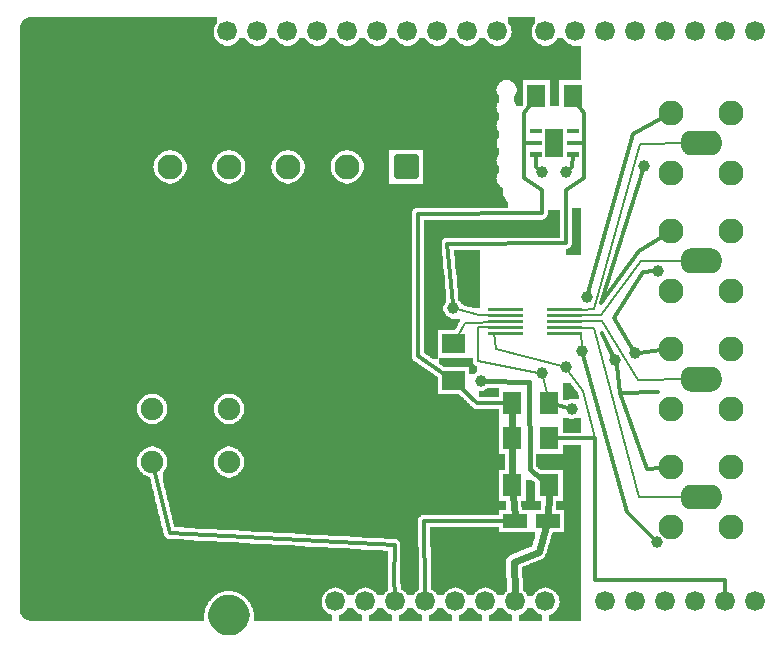
<source format=gtl>
G04 MADE WITH FRITZING*
G04 WWW.FRITZING.ORG*
G04 DOUBLE SIDED*
G04 HOLES PLATED*
G04 CONTOUR ON CENTER OF CONTOUR VECTOR*
%ASAXBY*%
%FSLAX23Y23*%
%MOIN*%
%OFA0B0*%
%SFA1.0B1.0*%
%ADD10C,0.075000*%
%ADD11C,0.069055*%
%ADD12C,0.039370*%
%ADD13C,0.083307*%
%ADD14C,0.082677*%
%ADD15C,0.083071*%
%ADD16C,0.066194*%
%ADD17C,0.066222*%
%ADD18R,0.062992X0.074803*%
%ADD19R,0.078740X0.047244*%
%ADD20C,0.008000*%
%ADD21C,0.012000*%
%ADD22C,0.024000*%
%ADD23C,0.016000*%
%ADD24C,0.020000*%
%ADD25R,0.001000X0.001000*%
%LNCOPPER1*%
G90*
G70*
G54D10*
X132Y2012D03*
X1853Y248D03*
X1493Y292D03*
G54D11*
X747Y65D03*
G54D12*
X1791Y873D03*
X1791Y1542D03*
X1869Y892D03*
X1869Y1542D03*
G54D13*
X1338Y1561D03*
X1141Y1561D03*
X944Y1561D03*
X747Y1561D03*
X550Y1561D03*
G54D12*
X1925Y947D03*
X2033Y918D03*
X2100Y939D03*
X1939Y1126D03*
X2131Y1563D03*
X2178Y1215D03*
X2173Y311D03*
X1495Y1089D03*
X1586Y847D03*
X1889Y754D03*
G54D10*
X747Y577D03*
X491Y577D03*
X747Y754D03*
X491Y754D03*
G54D14*
X2222Y559D03*
G54D15*
X2321Y460D03*
X2222Y359D03*
X2222Y559D03*
X2422Y359D03*
X2422Y559D03*
G54D14*
X2222Y559D03*
G54D15*
X2321Y460D03*
X2222Y359D03*
X2222Y559D03*
X2422Y359D03*
X2422Y559D03*
G54D14*
X2222Y953D03*
G54D15*
X2321Y854D03*
X2222Y753D03*
X2222Y953D03*
X2422Y753D03*
X2422Y953D03*
G54D14*
X2222Y953D03*
G54D15*
X2321Y854D03*
X2222Y753D03*
X2222Y953D03*
X2422Y753D03*
X2422Y953D03*
G54D14*
X2222Y1740D03*
G54D15*
X2321Y1641D03*
X2222Y1540D03*
X2222Y1740D03*
X2422Y1540D03*
X2422Y1740D03*
G54D14*
X2222Y1740D03*
G54D15*
X2321Y1641D03*
X2222Y1540D03*
X2222Y1740D03*
X2422Y1540D03*
X2422Y1740D03*
G54D16*
X2102Y112D03*
X2202Y112D03*
X2302Y112D03*
X2402Y112D03*
X2502Y112D03*
G54D17*
X1642Y2012D03*
X1542Y2012D03*
X1442Y2012D03*
X1342Y2012D03*
X1242Y2012D03*
X1142Y2012D03*
X1042Y2012D03*
X942Y2012D03*
X842Y2012D03*
X742Y2012D03*
X2502Y2012D03*
X2402Y2012D03*
X2302Y2012D03*
X2202Y2012D03*
X2102Y2012D03*
X2002Y2012D03*
X1902Y2012D03*
X1802Y2012D03*
G54D16*
X1202Y112D03*
X1102Y112D03*
X1302Y112D03*
X1402Y112D03*
X1502Y112D03*
X1602Y112D03*
X1702Y112D03*
X1802Y112D03*
X2002Y112D03*
G54D14*
X2222Y1346D03*
G54D15*
X2321Y1247D03*
X2222Y1147D03*
X2222Y1347D03*
X2422Y1147D03*
X2422Y1347D03*
G54D14*
X2222Y1346D03*
G54D15*
X2321Y1247D03*
X2222Y1147D03*
X2222Y1347D03*
X2422Y1147D03*
X2422Y1347D03*
G54D18*
X1771Y1798D03*
X1893Y1798D03*
X1692Y499D03*
X1814Y499D03*
G54D19*
X1700Y380D03*
X1810Y380D03*
G54D18*
X1692Y774D03*
X1814Y774D03*
X1692Y656D03*
X1814Y656D03*
G54D20*
X1534Y1040D02*
X1653Y1045D01*
G54D21*
D02*
X1790Y1406D02*
X1790Y1482D01*
D02*
X1790Y1482D02*
X1731Y1522D01*
D02*
X1731Y1522D02*
X1731Y1640D01*
D02*
X1731Y1640D02*
X1757Y1640D01*
D02*
X1376Y1404D02*
X1790Y1406D01*
D02*
X1376Y931D02*
X1376Y1404D01*
D02*
X1464Y871D02*
X1376Y931D01*
G54D20*
D02*
X1510Y997D02*
X1534Y1040D01*
G54D21*
D02*
X1574Y773D02*
X1522Y823D01*
D02*
X1666Y774D02*
X1574Y773D01*
D02*
X1929Y1739D02*
X1929Y1640D01*
D02*
X1731Y1640D02*
X1757Y1640D01*
D02*
X1750Y1766D02*
X1731Y1739D01*
D02*
X1731Y1739D02*
X1731Y1640D01*
D02*
X1912Y1766D02*
X1929Y1739D01*
D02*
X1929Y1640D02*
X1907Y1640D01*
D02*
X1870Y1483D02*
X1870Y1306D01*
D02*
X1929Y1523D02*
X1870Y1483D01*
D02*
X1771Y1561D02*
X1781Y1551D01*
D02*
X1889Y1561D02*
X1879Y1551D01*
D02*
X1893Y1600D02*
X1889Y1561D01*
D02*
X1870Y1306D02*
X1475Y1305D01*
D02*
X1475Y1305D02*
X1494Y1102D01*
D02*
X1929Y1640D02*
X1929Y1523D01*
D02*
X1771Y1599D02*
X1771Y1561D01*
G54D20*
D02*
X1964Y1086D02*
X1919Y1085D01*
D02*
X1964Y1023D02*
X1889Y1025D01*
D02*
X1991Y1046D02*
X1919Y1046D01*
D02*
X2116Y1636D02*
X1964Y1086D01*
D02*
X2111Y851D02*
X1991Y1046D01*
D02*
X2284Y853D02*
X2111Y851D01*
D02*
X2284Y460D02*
X2114Y461D01*
D02*
X2114Y461D02*
X1964Y1023D01*
G54D21*
D02*
X2186Y949D02*
X2113Y941D01*
G54D20*
D02*
X1988Y1067D02*
X1904Y1066D01*
D02*
X2284Y1247D02*
X2119Y1246D01*
D02*
X2119Y1246D02*
X1988Y1067D01*
D02*
X2284Y1640D02*
X2116Y1636D01*
D02*
X1919Y1006D02*
X1865Y1006D01*
G54D21*
D02*
X2113Y1279D02*
X2191Y1327D01*
D02*
X1987Y1107D02*
X2113Y1279D01*
D02*
X2127Y1551D02*
X1987Y1107D01*
D02*
X2093Y1671D02*
X1943Y1139D01*
D02*
X2190Y1723D02*
X2093Y1671D01*
G54D20*
D02*
X1923Y960D02*
X1919Y1006D01*
G54D21*
D02*
X2126Y1211D02*
X2030Y1057D01*
D02*
X2030Y1057D02*
X2093Y951D01*
D02*
X2165Y1214D02*
X2126Y1211D01*
D02*
X2041Y897D02*
X1989Y1007D01*
D02*
X2052Y807D02*
X2178Y810D01*
D02*
X2052Y806D02*
X2041Y897D01*
D02*
X2178Y810D02*
X2052Y806D01*
D02*
X1989Y1007D02*
X2027Y930D01*
D02*
X2142Y552D02*
X2052Y807D01*
D02*
X2186Y556D02*
X2142Y552D01*
G54D22*
D02*
X1699Y398D02*
X1694Y467D01*
G54D21*
D02*
X1402Y136D02*
X1397Y381D01*
D02*
X1397Y381D02*
X1666Y380D01*
D02*
X2073Y409D02*
X1928Y934D01*
D02*
X2163Y321D02*
X2073Y409D01*
G54D22*
D02*
X1811Y398D02*
X1813Y467D01*
D02*
X1779Y277D02*
X1697Y243D01*
D02*
X1697Y243D02*
X1701Y142D01*
D02*
X1805Y362D02*
X1779Y277D01*
G54D20*
D02*
X1968Y656D02*
X1952Y652D01*
G54D21*
D02*
X1968Y656D02*
X1968Y656D01*
D02*
X1968Y656D02*
X1968Y183D01*
D02*
X2401Y183D02*
X2402Y136D01*
D02*
X1968Y183D02*
X2401Y183D01*
D02*
X1840Y656D02*
X1968Y656D01*
G54D20*
D02*
X1952Y652D02*
X1840Y655D01*
D02*
X1637Y952D02*
X1856Y896D01*
D02*
X1631Y1007D02*
X1637Y952D01*
D02*
X1578Y914D02*
X1778Y875D01*
D02*
X1669Y1006D02*
X1631Y1007D01*
D02*
X1928Y813D02*
X1968Y656D01*
D02*
X1877Y881D02*
X1928Y813D01*
D02*
X1578Y1026D02*
X1578Y914D01*
G54D22*
D02*
X1692Y624D02*
X1692Y530D01*
D02*
X1692Y688D02*
X1692Y742D01*
G54D20*
D02*
X1582Y1067D02*
X1508Y1086D01*
G54D23*
D02*
X1747Y843D02*
X1749Y553D01*
D02*
X1599Y847D02*
X1747Y843D01*
G54D20*
D02*
X1615Y1026D02*
X1578Y1026D01*
D02*
X1794Y860D02*
X1807Y806D01*
D02*
X1642Y1066D02*
X1582Y1067D01*
G54D23*
D02*
X1749Y553D02*
X1788Y520D01*
G54D21*
D02*
X1840Y767D02*
X1876Y758D01*
D02*
X1299Y301D02*
X549Y341D01*
D02*
X1298Y184D02*
X1299Y301D01*
D02*
X549Y341D02*
X497Y555D01*
D02*
X1301Y136D02*
X1298Y184D01*
G36*
X76Y2059D02*
X76Y2057D01*
X70Y2057D01*
X70Y2055D01*
X68Y2055D01*
X68Y2053D01*
X64Y2053D01*
X64Y2051D01*
X62Y2051D01*
X62Y2049D01*
X60Y2049D01*
X60Y2047D01*
X58Y2047D01*
X58Y2043D01*
X56Y2043D01*
X56Y2041D01*
X54Y2041D01*
X54Y2035D01*
X52Y2035D01*
X52Y1963D01*
X742Y1963D01*
X742Y1965D01*
X730Y1965D01*
X730Y1967D01*
X726Y1967D01*
X726Y1969D01*
X722Y1969D01*
X722Y1971D01*
X718Y1971D01*
X718Y1973D01*
X716Y1973D01*
X716Y1975D01*
X714Y1975D01*
X714Y1977D01*
X712Y1977D01*
X712Y1979D01*
X710Y1979D01*
X710Y1981D01*
X708Y1981D01*
X708Y1983D01*
X706Y1983D01*
X706Y1985D01*
X704Y1985D01*
X704Y1987D01*
X702Y1987D01*
X702Y1991D01*
X700Y1991D01*
X700Y1995D01*
X698Y1995D01*
X698Y2001D01*
X696Y2001D01*
X696Y2021D01*
X698Y2021D01*
X698Y2027D01*
X700Y2027D01*
X700Y2031D01*
X702Y2031D01*
X702Y2035D01*
X704Y2035D01*
X704Y2037D01*
X706Y2037D01*
X706Y2039D01*
X708Y2039D01*
X708Y2059D01*
X76Y2059D01*
G37*
D02*
G36*
X1678Y2059D02*
X1678Y2037D01*
X1680Y2037D01*
X1680Y2035D01*
X1682Y2035D01*
X1682Y2033D01*
X1684Y2033D01*
X1684Y2029D01*
X1686Y2029D01*
X1686Y2023D01*
X1688Y2023D01*
X1688Y2015D01*
X1690Y2015D01*
X1690Y2007D01*
X1688Y2007D01*
X1688Y1999D01*
X1686Y1999D01*
X1686Y1993D01*
X1684Y1993D01*
X1684Y1991D01*
X1682Y1991D01*
X1682Y1987D01*
X1680Y1987D01*
X1680Y1985D01*
X1678Y1985D01*
X1678Y1981D01*
X1676Y1981D01*
X1676Y1979D01*
X1674Y1979D01*
X1674Y1977D01*
X1672Y1977D01*
X1672Y1975D01*
X1668Y1975D01*
X1668Y1973D01*
X1666Y1973D01*
X1666Y1971D01*
X1662Y1971D01*
X1662Y1969D01*
X1660Y1969D01*
X1660Y1967D01*
X1654Y1967D01*
X1654Y1965D01*
X1644Y1965D01*
X1644Y1963D01*
X1802Y1963D01*
X1802Y1965D01*
X1790Y1965D01*
X1790Y1967D01*
X1786Y1967D01*
X1786Y1969D01*
X1782Y1969D01*
X1782Y1971D01*
X1778Y1971D01*
X1778Y1973D01*
X1776Y1973D01*
X1776Y1975D01*
X1774Y1975D01*
X1774Y1977D01*
X1772Y1977D01*
X1772Y1979D01*
X1770Y1979D01*
X1770Y1981D01*
X1768Y1981D01*
X1768Y1983D01*
X1766Y1983D01*
X1766Y1985D01*
X1764Y1985D01*
X1764Y1987D01*
X1762Y1987D01*
X1762Y1991D01*
X1760Y1991D01*
X1760Y1995D01*
X1758Y1995D01*
X1758Y2001D01*
X1756Y2001D01*
X1756Y2021D01*
X1758Y2021D01*
X1758Y2027D01*
X1760Y2027D01*
X1760Y2031D01*
X1762Y2031D01*
X1762Y2035D01*
X1764Y2035D01*
X1764Y2037D01*
X1766Y2037D01*
X1766Y2039D01*
X1768Y2039D01*
X1768Y2059D01*
X1678Y2059D01*
G37*
D02*
G36*
X782Y1991D02*
X782Y1987D01*
X780Y1987D01*
X780Y1985D01*
X778Y1985D01*
X778Y1981D01*
X776Y1981D01*
X776Y1979D01*
X774Y1979D01*
X774Y1977D01*
X772Y1977D01*
X772Y1975D01*
X768Y1975D01*
X768Y1973D01*
X766Y1973D01*
X766Y1971D01*
X762Y1971D01*
X762Y1969D01*
X760Y1969D01*
X760Y1967D01*
X754Y1967D01*
X754Y1965D01*
X744Y1965D01*
X744Y1963D01*
X842Y1963D01*
X842Y1965D01*
X830Y1965D01*
X830Y1967D01*
X826Y1967D01*
X826Y1969D01*
X822Y1969D01*
X822Y1971D01*
X818Y1971D01*
X818Y1973D01*
X816Y1973D01*
X816Y1975D01*
X814Y1975D01*
X814Y1977D01*
X812Y1977D01*
X812Y1979D01*
X810Y1979D01*
X810Y1981D01*
X808Y1981D01*
X808Y1983D01*
X806Y1983D01*
X806Y1985D01*
X804Y1985D01*
X804Y1987D01*
X802Y1987D01*
X802Y1991D01*
X782Y1991D01*
G37*
D02*
G36*
X882Y1991D02*
X882Y1987D01*
X880Y1987D01*
X880Y1985D01*
X878Y1985D01*
X878Y1981D01*
X876Y1981D01*
X876Y1979D01*
X874Y1979D01*
X874Y1977D01*
X872Y1977D01*
X872Y1975D01*
X868Y1975D01*
X868Y1973D01*
X866Y1973D01*
X866Y1971D01*
X862Y1971D01*
X862Y1969D01*
X860Y1969D01*
X860Y1967D01*
X854Y1967D01*
X854Y1965D01*
X844Y1965D01*
X844Y1963D01*
X942Y1963D01*
X942Y1965D01*
X930Y1965D01*
X930Y1967D01*
X926Y1967D01*
X926Y1969D01*
X922Y1969D01*
X922Y1971D01*
X918Y1971D01*
X918Y1973D01*
X916Y1973D01*
X916Y1975D01*
X914Y1975D01*
X914Y1977D01*
X912Y1977D01*
X912Y1979D01*
X910Y1979D01*
X910Y1981D01*
X908Y1981D01*
X908Y1983D01*
X906Y1983D01*
X906Y1985D01*
X904Y1985D01*
X904Y1987D01*
X902Y1987D01*
X902Y1991D01*
X882Y1991D01*
G37*
D02*
G36*
X982Y1991D02*
X982Y1987D01*
X980Y1987D01*
X980Y1985D01*
X978Y1985D01*
X978Y1981D01*
X976Y1981D01*
X976Y1979D01*
X974Y1979D01*
X974Y1977D01*
X972Y1977D01*
X972Y1975D01*
X968Y1975D01*
X968Y1973D01*
X966Y1973D01*
X966Y1971D01*
X962Y1971D01*
X962Y1969D01*
X960Y1969D01*
X960Y1967D01*
X954Y1967D01*
X954Y1965D01*
X944Y1965D01*
X944Y1963D01*
X1042Y1963D01*
X1042Y1965D01*
X1030Y1965D01*
X1030Y1967D01*
X1026Y1967D01*
X1026Y1969D01*
X1022Y1969D01*
X1022Y1971D01*
X1018Y1971D01*
X1018Y1973D01*
X1016Y1973D01*
X1016Y1975D01*
X1014Y1975D01*
X1014Y1977D01*
X1012Y1977D01*
X1012Y1979D01*
X1010Y1979D01*
X1010Y1981D01*
X1008Y1981D01*
X1008Y1983D01*
X1006Y1983D01*
X1006Y1985D01*
X1004Y1985D01*
X1004Y1987D01*
X1002Y1987D01*
X1002Y1991D01*
X982Y1991D01*
G37*
D02*
G36*
X1082Y1991D02*
X1082Y1987D01*
X1080Y1987D01*
X1080Y1985D01*
X1078Y1985D01*
X1078Y1981D01*
X1076Y1981D01*
X1076Y1979D01*
X1074Y1979D01*
X1074Y1977D01*
X1072Y1977D01*
X1072Y1975D01*
X1068Y1975D01*
X1068Y1973D01*
X1066Y1973D01*
X1066Y1971D01*
X1062Y1971D01*
X1062Y1969D01*
X1060Y1969D01*
X1060Y1967D01*
X1054Y1967D01*
X1054Y1965D01*
X1044Y1965D01*
X1044Y1963D01*
X1142Y1963D01*
X1142Y1965D01*
X1130Y1965D01*
X1130Y1967D01*
X1126Y1967D01*
X1126Y1969D01*
X1122Y1969D01*
X1122Y1971D01*
X1118Y1971D01*
X1118Y1973D01*
X1116Y1973D01*
X1116Y1975D01*
X1114Y1975D01*
X1114Y1977D01*
X1112Y1977D01*
X1112Y1979D01*
X1110Y1979D01*
X1110Y1981D01*
X1108Y1981D01*
X1108Y1983D01*
X1106Y1983D01*
X1106Y1985D01*
X1104Y1985D01*
X1104Y1987D01*
X1102Y1987D01*
X1102Y1991D01*
X1082Y1991D01*
G37*
D02*
G36*
X1182Y1991D02*
X1182Y1987D01*
X1180Y1987D01*
X1180Y1985D01*
X1178Y1985D01*
X1178Y1981D01*
X1176Y1981D01*
X1176Y1979D01*
X1174Y1979D01*
X1174Y1977D01*
X1172Y1977D01*
X1172Y1975D01*
X1168Y1975D01*
X1168Y1973D01*
X1166Y1973D01*
X1166Y1971D01*
X1162Y1971D01*
X1162Y1969D01*
X1160Y1969D01*
X1160Y1967D01*
X1154Y1967D01*
X1154Y1965D01*
X1144Y1965D01*
X1144Y1963D01*
X1242Y1963D01*
X1242Y1965D01*
X1230Y1965D01*
X1230Y1967D01*
X1226Y1967D01*
X1226Y1969D01*
X1222Y1969D01*
X1222Y1971D01*
X1218Y1971D01*
X1218Y1973D01*
X1216Y1973D01*
X1216Y1975D01*
X1214Y1975D01*
X1214Y1977D01*
X1212Y1977D01*
X1212Y1979D01*
X1210Y1979D01*
X1210Y1981D01*
X1208Y1981D01*
X1208Y1983D01*
X1206Y1983D01*
X1206Y1985D01*
X1204Y1985D01*
X1204Y1987D01*
X1202Y1987D01*
X1202Y1991D01*
X1182Y1991D01*
G37*
D02*
G36*
X1282Y1991D02*
X1282Y1987D01*
X1280Y1987D01*
X1280Y1985D01*
X1278Y1985D01*
X1278Y1981D01*
X1276Y1981D01*
X1276Y1979D01*
X1274Y1979D01*
X1274Y1977D01*
X1272Y1977D01*
X1272Y1975D01*
X1268Y1975D01*
X1268Y1973D01*
X1266Y1973D01*
X1266Y1971D01*
X1262Y1971D01*
X1262Y1969D01*
X1260Y1969D01*
X1260Y1967D01*
X1254Y1967D01*
X1254Y1965D01*
X1244Y1965D01*
X1244Y1963D01*
X1342Y1963D01*
X1342Y1965D01*
X1330Y1965D01*
X1330Y1967D01*
X1326Y1967D01*
X1326Y1969D01*
X1322Y1969D01*
X1322Y1971D01*
X1318Y1971D01*
X1318Y1973D01*
X1316Y1973D01*
X1316Y1975D01*
X1314Y1975D01*
X1314Y1977D01*
X1312Y1977D01*
X1312Y1979D01*
X1310Y1979D01*
X1310Y1981D01*
X1308Y1981D01*
X1308Y1983D01*
X1306Y1983D01*
X1306Y1985D01*
X1304Y1985D01*
X1304Y1987D01*
X1302Y1987D01*
X1302Y1991D01*
X1282Y1991D01*
G37*
D02*
G36*
X1382Y1991D02*
X1382Y1987D01*
X1380Y1987D01*
X1380Y1985D01*
X1378Y1985D01*
X1378Y1981D01*
X1376Y1981D01*
X1376Y1979D01*
X1374Y1979D01*
X1374Y1977D01*
X1372Y1977D01*
X1372Y1975D01*
X1368Y1975D01*
X1368Y1973D01*
X1366Y1973D01*
X1366Y1971D01*
X1362Y1971D01*
X1362Y1969D01*
X1360Y1969D01*
X1360Y1967D01*
X1354Y1967D01*
X1354Y1965D01*
X1344Y1965D01*
X1344Y1963D01*
X1442Y1963D01*
X1442Y1965D01*
X1430Y1965D01*
X1430Y1967D01*
X1426Y1967D01*
X1426Y1969D01*
X1422Y1969D01*
X1422Y1971D01*
X1418Y1971D01*
X1418Y1973D01*
X1416Y1973D01*
X1416Y1975D01*
X1414Y1975D01*
X1414Y1977D01*
X1412Y1977D01*
X1412Y1979D01*
X1410Y1979D01*
X1410Y1981D01*
X1408Y1981D01*
X1408Y1983D01*
X1406Y1983D01*
X1406Y1985D01*
X1404Y1985D01*
X1404Y1987D01*
X1402Y1987D01*
X1402Y1991D01*
X1382Y1991D01*
G37*
D02*
G36*
X1482Y1991D02*
X1482Y1987D01*
X1480Y1987D01*
X1480Y1985D01*
X1478Y1985D01*
X1478Y1981D01*
X1476Y1981D01*
X1476Y1979D01*
X1474Y1979D01*
X1474Y1977D01*
X1472Y1977D01*
X1472Y1975D01*
X1468Y1975D01*
X1468Y1973D01*
X1466Y1973D01*
X1466Y1971D01*
X1462Y1971D01*
X1462Y1969D01*
X1460Y1969D01*
X1460Y1967D01*
X1454Y1967D01*
X1454Y1965D01*
X1444Y1965D01*
X1444Y1963D01*
X1542Y1963D01*
X1542Y1965D01*
X1530Y1965D01*
X1530Y1967D01*
X1526Y1967D01*
X1526Y1969D01*
X1522Y1969D01*
X1522Y1971D01*
X1518Y1971D01*
X1518Y1973D01*
X1516Y1973D01*
X1516Y1975D01*
X1514Y1975D01*
X1514Y1977D01*
X1512Y1977D01*
X1512Y1979D01*
X1510Y1979D01*
X1510Y1981D01*
X1508Y1981D01*
X1508Y1983D01*
X1506Y1983D01*
X1506Y1985D01*
X1504Y1985D01*
X1504Y1987D01*
X1502Y1987D01*
X1502Y1991D01*
X1482Y1991D01*
G37*
D02*
G36*
X1582Y1991D02*
X1582Y1987D01*
X1580Y1987D01*
X1580Y1985D01*
X1578Y1985D01*
X1578Y1981D01*
X1576Y1981D01*
X1576Y1979D01*
X1574Y1979D01*
X1574Y1977D01*
X1572Y1977D01*
X1572Y1975D01*
X1568Y1975D01*
X1568Y1973D01*
X1566Y1973D01*
X1566Y1971D01*
X1562Y1971D01*
X1562Y1969D01*
X1560Y1969D01*
X1560Y1967D01*
X1554Y1967D01*
X1554Y1965D01*
X1544Y1965D01*
X1544Y1963D01*
X1642Y1963D01*
X1642Y1965D01*
X1630Y1965D01*
X1630Y1967D01*
X1626Y1967D01*
X1626Y1969D01*
X1622Y1969D01*
X1622Y1971D01*
X1618Y1971D01*
X1618Y1973D01*
X1616Y1973D01*
X1616Y1975D01*
X1614Y1975D01*
X1614Y1977D01*
X1612Y1977D01*
X1612Y1979D01*
X1610Y1979D01*
X1610Y1981D01*
X1608Y1981D01*
X1608Y1983D01*
X1606Y1983D01*
X1606Y1985D01*
X1604Y1985D01*
X1604Y1987D01*
X1602Y1987D01*
X1602Y1991D01*
X1582Y1991D01*
G37*
D02*
G36*
X1842Y1991D02*
X1842Y1987D01*
X1840Y1987D01*
X1840Y1985D01*
X1838Y1985D01*
X1838Y1981D01*
X1836Y1981D01*
X1836Y1979D01*
X1834Y1979D01*
X1834Y1977D01*
X1832Y1977D01*
X1832Y1975D01*
X1828Y1975D01*
X1828Y1973D01*
X1826Y1973D01*
X1826Y1971D01*
X1822Y1971D01*
X1822Y1969D01*
X1820Y1969D01*
X1820Y1967D01*
X1814Y1967D01*
X1814Y1965D01*
X1804Y1965D01*
X1804Y1963D01*
X1902Y1963D01*
X1902Y1965D01*
X1890Y1965D01*
X1890Y1967D01*
X1886Y1967D01*
X1886Y1969D01*
X1882Y1969D01*
X1882Y1971D01*
X1878Y1971D01*
X1878Y1973D01*
X1876Y1973D01*
X1876Y1975D01*
X1874Y1975D01*
X1874Y1977D01*
X1872Y1977D01*
X1872Y1979D01*
X1870Y1979D01*
X1870Y1981D01*
X1868Y1981D01*
X1868Y1983D01*
X1866Y1983D01*
X1866Y1985D01*
X1864Y1985D01*
X1864Y1987D01*
X1862Y1987D01*
X1862Y1991D01*
X1842Y1991D01*
G37*
D02*
G36*
X52Y1963D02*
X52Y1961D01*
X1920Y1961D01*
X1920Y1963D01*
X52Y1963D01*
G37*
D02*
G36*
X52Y1963D02*
X52Y1961D01*
X1920Y1961D01*
X1920Y1963D01*
X52Y1963D01*
G37*
D02*
G36*
X52Y1963D02*
X52Y1961D01*
X1920Y1961D01*
X1920Y1963D01*
X52Y1963D01*
G37*
D02*
G36*
X52Y1963D02*
X52Y1961D01*
X1920Y1961D01*
X1920Y1963D01*
X52Y1963D01*
G37*
D02*
G36*
X52Y1963D02*
X52Y1961D01*
X1920Y1961D01*
X1920Y1963D01*
X52Y1963D01*
G37*
D02*
G36*
X52Y1963D02*
X52Y1961D01*
X1920Y1961D01*
X1920Y1963D01*
X52Y1963D01*
G37*
D02*
G36*
X52Y1963D02*
X52Y1961D01*
X1920Y1961D01*
X1920Y1963D01*
X52Y1963D01*
G37*
D02*
G36*
X52Y1963D02*
X52Y1961D01*
X1920Y1961D01*
X1920Y1963D01*
X52Y1963D01*
G37*
D02*
G36*
X52Y1963D02*
X52Y1961D01*
X1920Y1961D01*
X1920Y1963D01*
X52Y1963D01*
G37*
D02*
G36*
X52Y1963D02*
X52Y1961D01*
X1920Y1961D01*
X1920Y1963D01*
X52Y1963D01*
G37*
D02*
G36*
X52Y1963D02*
X52Y1961D01*
X1920Y1961D01*
X1920Y1963D01*
X52Y1963D01*
G37*
D02*
G36*
X52Y1963D02*
X52Y1961D01*
X1920Y1961D01*
X1920Y1963D01*
X52Y1963D01*
G37*
D02*
G36*
X52Y1961D02*
X52Y1851D01*
X1678Y1851D01*
X1678Y1849D01*
X1816Y1849D01*
X1816Y1763D01*
X1848Y1763D01*
X1848Y1849D01*
X1920Y1849D01*
X1920Y1961D01*
X52Y1961D01*
G37*
D02*
G36*
X52Y1851D02*
X52Y1617D01*
X1394Y1617D01*
X1394Y1505D01*
X1644Y1505D01*
X1644Y1507D01*
X1642Y1507D01*
X1642Y1511D01*
X1640Y1511D01*
X1640Y1521D01*
X1638Y1521D01*
X1638Y1523D01*
X1640Y1523D01*
X1640Y1531D01*
X1642Y1531D01*
X1642Y1537D01*
X1644Y1537D01*
X1644Y1539D01*
X1646Y1539D01*
X1646Y1541D01*
X1648Y1541D01*
X1648Y1561D01*
X1646Y1561D01*
X1646Y1563D01*
X1644Y1563D01*
X1644Y1567D01*
X1642Y1567D01*
X1642Y1571D01*
X1640Y1571D01*
X1640Y1579D01*
X1638Y1579D01*
X1638Y1583D01*
X1640Y1583D01*
X1640Y1591D01*
X1642Y1591D01*
X1642Y1595D01*
X1644Y1595D01*
X1644Y1599D01*
X1646Y1599D01*
X1646Y1623D01*
X1644Y1623D01*
X1644Y1625D01*
X1642Y1625D01*
X1642Y1629D01*
X1640Y1629D01*
X1640Y1639D01*
X1638Y1639D01*
X1638Y1641D01*
X1640Y1641D01*
X1640Y1651D01*
X1642Y1651D01*
X1642Y1655D01*
X1644Y1655D01*
X1644Y1657D01*
X1646Y1657D01*
X1646Y1681D01*
X1644Y1681D01*
X1644Y1685D01*
X1642Y1685D01*
X1642Y1689D01*
X1640Y1689D01*
X1640Y1697D01*
X1638Y1697D01*
X1638Y1701D01*
X1640Y1701D01*
X1640Y1709D01*
X1642Y1709D01*
X1642Y1713D01*
X1644Y1713D01*
X1644Y1717D01*
X1646Y1717D01*
X1646Y1741D01*
X1644Y1741D01*
X1644Y1743D01*
X1642Y1743D01*
X1642Y1747D01*
X1640Y1747D01*
X1640Y1757D01*
X1638Y1757D01*
X1638Y1759D01*
X1640Y1759D01*
X1640Y1769D01*
X1642Y1769D01*
X1642Y1773D01*
X1644Y1773D01*
X1644Y1775D01*
X1646Y1775D01*
X1646Y1799D01*
X1644Y1799D01*
X1644Y1803D01*
X1642Y1803D01*
X1642Y1807D01*
X1640Y1807D01*
X1640Y1815D01*
X1638Y1815D01*
X1638Y1819D01*
X1640Y1819D01*
X1640Y1827D01*
X1642Y1827D01*
X1642Y1831D01*
X1644Y1831D01*
X1644Y1835D01*
X1646Y1835D01*
X1646Y1837D01*
X1648Y1837D01*
X1648Y1839D01*
X1650Y1839D01*
X1650Y1841D01*
X1652Y1841D01*
X1652Y1843D01*
X1654Y1843D01*
X1654Y1845D01*
X1658Y1845D01*
X1658Y1847D01*
X1660Y1847D01*
X1660Y1849D01*
X1668Y1849D01*
X1668Y1851D01*
X52Y1851D01*
G37*
D02*
G36*
X1684Y1849D02*
X1684Y1847D01*
X1688Y1847D01*
X1688Y1845D01*
X1690Y1845D01*
X1690Y1843D01*
X1694Y1843D01*
X1694Y1841D01*
X1696Y1841D01*
X1696Y1839D01*
X1698Y1839D01*
X1698Y1837D01*
X1700Y1837D01*
X1700Y1833D01*
X1702Y1833D01*
X1702Y1829D01*
X1704Y1829D01*
X1704Y1825D01*
X1706Y1825D01*
X1706Y1809D01*
X1704Y1809D01*
X1704Y1805D01*
X1702Y1805D01*
X1702Y1801D01*
X1700Y1801D01*
X1700Y1797D01*
X1698Y1797D01*
X1698Y1777D01*
X1700Y1777D01*
X1700Y1775D01*
X1702Y1775D01*
X1702Y1771D01*
X1704Y1771D01*
X1704Y1765D01*
X1726Y1765D01*
X1726Y1849D01*
X1684Y1849D01*
G37*
D02*
G36*
X52Y1617D02*
X52Y1505D01*
X544Y1505D01*
X544Y1507D01*
X536Y1507D01*
X536Y1509D01*
X530Y1509D01*
X530Y1511D01*
X528Y1511D01*
X528Y1513D01*
X524Y1513D01*
X524Y1515D01*
X520Y1515D01*
X520Y1517D01*
X518Y1517D01*
X518Y1519D01*
X516Y1519D01*
X516Y1521D01*
X514Y1521D01*
X514Y1523D01*
X512Y1523D01*
X512Y1525D01*
X510Y1525D01*
X510Y1527D01*
X508Y1527D01*
X508Y1529D01*
X506Y1529D01*
X506Y1531D01*
X504Y1531D01*
X504Y1535D01*
X502Y1535D01*
X502Y1539D01*
X500Y1539D01*
X500Y1543D01*
X498Y1543D01*
X498Y1547D01*
X496Y1547D01*
X496Y1557D01*
X494Y1557D01*
X494Y1565D01*
X496Y1565D01*
X496Y1575D01*
X498Y1575D01*
X498Y1579D01*
X500Y1579D01*
X500Y1583D01*
X502Y1583D01*
X502Y1587D01*
X504Y1587D01*
X504Y1591D01*
X506Y1591D01*
X506Y1593D01*
X508Y1593D01*
X508Y1595D01*
X510Y1595D01*
X510Y1597D01*
X512Y1597D01*
X512Y1599D01*
X514Y1599D01*
X514Y1601D01*
X516Y1601D01*
X516Y1603D01*
X518Y1603D01*
X518Y1605D01*
X520Y1605D01*
X520Y1607D01*
X524Y1607D01*
X524Y1609D01*
X528Y1609D01*
X528Y1611D01*
X530Y1611D01*
X530Y1613D01*
X536Y1613D01*
X536Y1615D01*
X544Y1615D01*
X544Y1617D01*
X52Y1617D01*
G37*
D02*
G36*
X558Y1617D02*
X558Y1615D01*
X566Y1615D01*
X566Y1613D01*
X570Y1613D01*
X570Y1611D01*
X574Y1611D01*
X574Y1609D01*
X578Y1609D01*
X578Y1607D01*
X580Y1607D01*
X580Y1605D01*
X582Y1605D01*
X582Y1603D01*
X586Y1603D01*
X586Y1601D01*
X588Y1601D01*
X588Y1599D01*
X590Y1599D01*
X590Y1597D01*
X592Y1597D01*
X592Y1593D01*
X594Y1593D01*
X594Y1591D01*
X596Y1591D01*
X596Y1589D01*
X598Y1589D01*
X598Y1585D01*
X600Y1585D01*
X600Y1581D01*
X602Y1581D01*
X602Y1577D01*
X604Y1577D01*
X604Y1571D01*
X606Y1571D01*
X606Y1551D01*
X604Y1551D01*
X604Y1545D01*
X602Y1545D01*
X602Y1541D01*
X600Y1541D01*
X600Y1537D01*
X598Y1537D01*
X598Y1533D01*
X596Y1533D01*
X596Y1531D01*
X594Y1531D01*
X594Y1529D01*
X592Y1529D01*
X592Y1525D01*
X590Y1525D01*
X590Y1523D01*
X588Y1523D01*
X588Y1521D01*
X586Y1521D01*
X586Y1519D01*
X582Y1519D01*
X582Y1517D01*
X580Y1517D01*
X580Y1515D01*
X578Y1515D01*
X578Y1513D01*
X574Y1513D01*
X574Y1511D01*
X570Y1511D01*
X570Y1509D01*
X566Y1509D01*
X566Y1507D01*
X558Y1507D01*
X558Y1505D01*
X740Y1505D01*
X740Y1507D01*
X732Y1507D01*
X732Y1509D01*
X728Y1509D01*
X728Y1511D01*
X724Y1511D01*
X724Y1513D01*
X720Y1513D01*
X720Y1515D01*
X718Y1515D01*
X718Y1517D01*
X716Y1517D01*
X716Y1519D01*
X712Y1519D01*
X712Y1521D01*
X710Y1521D01*
X710Y1523D01*
X708Y1523D01*
X708Y1525D01*
X706Y1525D01*
X706Y1527D01*
X704Y1527D01*
X704Y1531D01*
X702Y1531D01*
X702Y1533D01*
X700Y1533D01*
X700Y1537D01*
X698Y1537D01*
X698Y1539D01*
X696Y1539D01*
X696Y1545D01*
X694Y1545D01*
X694Y1551D01*
X692Y1551D01*
X692Y1571D01*
X694Y1571D01*
X694Y1577D01*
X696Y1577D01*
X696Y1583D01*
X698Y1583D01*
X698Y1585D01*
X700Y1585D01*
X700Y1589D01*
X702Y1589D01*
X702Y1591D01*
X704Y1591D01*
X704Y1595D01*
X706Y1595D01*
X706Y1597D01*
X708Y1597D01*
X708Y1599D01*
X710Y1599D01*
X710Y1601D01*
X712Y1601D01*
X712Y1603D01*
X714Y1603D01*
X714Y1605D01*
X718Y1605D01*
X718Y1607D01*
X720Y1607D01*
X720Y1609D01*
X724Y1609D01*
X724Y1611D01*
X728Y1611D01*
X728Y1613D01*
X732Y1613D01*
X732Y1615D01*
X740Y1615D01*
X740Y1617D01*
X558Y1617D01*
G37*
D02*
G36*
X754Y1617D02*
X754Y1615D01*
X762Y1615D01*
X762Y1613D01*
X768Y1613D01*
X768Y1611D01*
X770Y1611D01*
X770Y1609D01*
X774Y1609D01*
X774Y1607D01*
X778Y1607D01*
X778Y1605D01*
X780Y1605D01*
X780Y1603D01*
X782Y1603D01*
X782Y1601D01*
X784Y1601D01*
X784Y1599D01*
X786Y1599D01*
X786Y1597D01*
X788Y1597D01*
X788Y1595D01*
X790Y1595D01*
X790Y1593D01*
X792Y1593D01*
X792Y1591D01*
X794Y1591D01*
X794Y1587D01*
X796Y1587D01*
X796Y1583D01*
X798Y1583D01*
X798Y1579D01*
X800Y1579D01*
X800Y1573D01*
X802Y1573D01*
X802Y1549D01*
X800Y1549D01*
X800Y1543D01*
X798Y1543D01*
X798Y1539D01*
X796Y1539D01*
X796Y1535D01*
X794Y1535D01*
X794Y1533D01*
X792Y1533D01*
X792Y1529D01*
X790Y1529D01*
X790Y1527D01*
X788Y1527D01*
X788Y1525D01*
X786Y1525D01*
X786Y1523D01*
X784Y1523D01*
X784Y1521D01*
X782Y1521D01*
X782Y1519D01*
X780Y1519D01*
X780Y1517D01*
X778Y1517D01*
X778Y1515D01*
X774Y1515D01*
X774Y1513D01*
X770Y1513D01*
X770Y1511D01*
X766Y1511D01*
X766Y1509D01*
X762Y1509D01*
X762Y1507D01*
X754Y1507D01*
X754Y1505D01*
X938Y1505D01*
X938Y1507D01*
X930Y1507D01*
X930Y1509D01*
X924Y1509D01*
X924Y1511D01*
X920Y1511D01*
X920Y1513D01*
X918Y1513D01*
X918Y1515D01*
X914Y1515D01*
X914Y1517D01*
X912Y1517D01*
X912Y1519D01*
X910Y1519D01*
X910Y1521D01*
X908Y1521D01*
X908Y1523D01*
X906Y1523D01*
X906Y1525D01*
X904Y1525D01*
X904Y1527D01*
X902Y1527D01*
X902Y1529D01*
X900Y1529D01*
X900Y1531D01*
X898Y1531D01*
X898Y1535D01*
X896Y1535D01*
X896Y1537D01*
X894Y1537D01*
X894Y1541D01*
X892Y1541D01*
X892Y1547D01*
X890Y1547D01*
X890Y1555D01*
X888Y1555D01*
X888Y1567D01*
X890Y1567D01*
X890Y1575D01*
X892Y1575D01*
X892Y1581D01*
X894Y1581D01*
X894Y1585D01*
X896Y1585D01*
X896Y1587D01*
X898Y1587D01*
X898Y1591D01*
X900Y1591D01*
X900Y1593D01*
X902Y1593D01*
X902Y1595D01*
X904Y1595D01*
X904Y1597D01*
X906Y1597D01*
X906Y1599D01*
X908Y1599D01*
X908Y1601D01*
X910Y1601D01*
X910Y1603D01*
X912Y1603D01*
X912Y1605D01*
X914Y1605D01*
X914Y1607D01*
X918Y1607D01*
X918Y1609D01*
X920Y1609D01*
X920Y1611D01*
X924Y1611D01*
X924Y1613D01*
X930Y1613D01*
X930Y1615D01*
X936Y1615D01*
X936Y1617D01*
X754Y1617D01*
G37*
D02*
G36*
X952Y1617D02*
X952Y1615D01*
X960Y1615D01*
X960Y1613D01*
X964Y1613D01*
X964Y1611D01*
X968Y1611D01*
X968Y1609D01*
X970Y1609D01*
X970Y1607D01*
X974Y1607D01*
X974Y1605D01*
X976Y1605D01*
X976Y1603D01*
X978Y1603D01*
X978Y1601D01*
X982Y1601D01*
X982Y1599D01*
X984Y1599D01*
X984Y1595D01*
X986Y1595D01*
X986Y1593D01*
X988Y1593D01*
X988Y1591D01*
X990Y1591D01*
X990Y1589D01*
X992Y1589D01*
X992Y1585D01*
X994Y1585D01*
X994Y1581D01*
X996Y1581D01*
X996Y1577D01*
X998Y1577D01*
X998Y1569D01*
X1000Y1569D01*
X1000Y1553D01*
X998Y1553D01*
X998Y1545D01*
X996Y1545D01*
X996Y1541D01*
X994Y1541D01*
X994Y1537D01*
X992Y1537D01*
X992Y1535D01*
X990Y1535D01*
X990Y1531D01*
X988Y1531D01*
X988Y1529D01*
X986Y1529D01*
X986Y1527D01*
X984Y1527D01*
X984Y1523D01*
X982Y1523D01*
X982Y1521D01*
X978Y1521D01*
X978Y1519D01*
X976Y1519D01*
X976Y1517D01*
X974Y1517D01*
X974Y1515D01*
X970Y1515D01*
X970Y1513D01*
X968Y1513D01*
X968Y1511D01*
X964Y1511D01*
X964Y1509D01*
X958Y1509D01*
X958Y1507D01*
X950Y1507D01*
X950Y1505D01*
X1134Y1505D01*
X1134Y1507D01*
X1126Y1507D01*
X1126Y1509D01*
X1122Y1509D01*
X1122Y1511D01*
X1118Y1511D01*
X1118Y1513D01*
X1114Y1513D01*
X1114Y1515D01*
X1112Y1515D01*
X1112Y1517D01*
X1108Y1517D01*
X1108Y1519D01*
X1106Y1519D01*
X1106Y1521D01*
X1104Y1521D01*
X1104Y1523D01*
X1102Y1523D01*
X1102Y1525D01*
X1100Y1525D01*
X1100Y1527D01*
X1098Y1527D01*
X1098Y1529D01*
X1096Y1529D01*
X1096Y1533D01*
X1094Y1533D01*
X1094Y1535D01*
X1092Y1535D01*
X1092Y1539D01*
X1090Y1539D01*
X1090Y1543D01*
X1088Y1543D01*
X1088Y1549D01*
X1086Y1549D01*
X1086Y1573D01*
X1088Y1573D01*
X1088Y1579D01*
X1090Y1579D01*
X1090Y1583D01*
X1092Y1583D01*
X1092Y1587D01*
X1094Y1587D01*
X1094Y1589D01*
X1096Y1589D01*
X1096Y1593D01*
X1098Y1593D01*
X1098Y1595D01*
X1100Y1595D01*
X1100Y1597D01*
X1102Y1597D01*
X1102Y1599D01*
X1104Y1599D01*
X1104Y1601D01*
X1106Y1601D01*
X1106Y1603D01*
X1108Y1603D01*
X1108Y1605D01*
X1110Y1605D01*
X1110Y1607D01*
X1114Y1607D01*
X1114Y1609D01*
X1118Y1609D01*
X1118Y1611D01*
X1122Y1611D01*
X1122Y1613D01*
X1126Y1613D01*
X1126Y1615D01*
X1134Y1615D01*
X1134Y1617D01*
X952Y1617D01*
G37*
D02*
G36*
X1148Y1617D02*
X1148Y1615D01*
X1156Y1615D01*
X1156Y1613D01*
X1160Y1613D01*
X1160Y1611D01*
X1164Y1611D01*
X1164Y1609D01*
X1168Y1609D01*
X1168Y1607D01*
X1172Y1607D01*
X1172Y1605D01*
X1174Y1605D01*
X1174Y1603D01*
X1176Y1603D01*
X1176Y1601D01*
X1178Y1601D01*
X1178Y1599D01*
X1180Y1599D01*
X1180Y1597D01*
X1182Y1597D01*
X1182Y1595D01*
X1184Y1595D01*
X1184Y1593D01*
X1186Y1593D01*
X1186Y1589D01*
X1188Y1589D01*
X1188Y1587D01*
X1190Y1587D01*
X1190Y1583D01*
X1192Y1583D01*
X1192Y1579D01*
X1194Y1579D01*
X1194Y1573D01*
X1196Y1573D01*
X1196Y1549D01*
X1194Y1549D01*
X1194Y1543D01*
X1192Y1543D01*
X1192Y1539D01*
X1190Y1539D01*
X1190Y1537D01*
X1188Y1537D01*
X1188Y1533D01*
X1186Y1533D01*
X1186Y1529D01*
X1184Y1529D01*
X1184Y1527D01*
X1182Y1527D01*
X1182Y1525D01*
X1180Y1525D01*
X1180Y1523D01*
X1178Y1523D01*
X1178Y1521D01*
X1176Y1521D01*
X1176Y1519D01*
X1174Y1519D01*
X1174Y1517D01*
X1170Y1517D01*
X1170Y1515D01*
X1168Y1515D01*
X1168Y1513D01*
X1164Y1513D01*
X1164Y1511D01*
X1160Y1511D01*
X1160Y1509D01*
X1156Y1509D01*
X1156Y1507D01*
X1148Y1507D01*
X1148Y1505D01*
X1282Y1505D01*
X1282Y1617D01*
X1148Y1617D01*
G37*
D02*
G36*
X52Y1505D02*
X52Y1503D01*
X1644Y1503D01*
X1644Y1505D01*
X52Y1505D01*
G37*
D02*
G36*
X52Y1505D02*
X52Y1503D01*
X1644Y1503D01*
X1644Y1505D01*
X52Y1505D01*
G37*
D02*
G36*
X52Y1505D02*
X52Y1503D01*
X1644Y1503D01*
X1644Y1505D01*
X52Y1505D01*
G37*
D02*
G36*
X52Y1505D02*
X52Y1503D01*
X1644Y1503D01*
X1644Y1505D01*
X52Y1505D01*
G37*
D02*
G36*
X52Y1505D02*
X52Y1503D01*
X1644Y1503D01*
X1644Y1505D01*
X52Y1505D01*
G37*
D02*
G36*
X52Y1505D02*
X52Y1503D01*
X1644Y1503D01*
X1644Y1505D01*
X52Y1505D01*
G37*
D02*
G36*
X52Y1503D02*
X52Y805D01*
X758Y805D01*
X758Y803D01*
X764Y803D01*
X764Y801D01*
X768Y801D01*
X768Y799D01*
X770Y799D01*
X770Y797D01*
X774Y797D01*
X774Y795D01*
X776Y795D01*
X776Y793D01*
X780Y793D01*
X780Y791D01*
X782Y791D01*
X782Y789D01*
X784Y789D01*
X784Y787D01*
X786Y787D01*
X786Y783D01*
X788Y783D01*
X788Y781D01*
X790Y781D01*
X790Y779D01*
X792Y779D01*
X792Y775D01*
X794Y775D01*
X794Y771D01*
X796Y771D01*
X796Y765D01*
X798Y765D01*
X798Y743D01*
X796Y743D01*
X796Y737D01*
X794Y737D01*
X794Y733D01*
X792Y733D01*
X792Y729D01*
X790Y729D01*
X790Y727D01*
X788Y727D01*
X788Y725D01*
X786Y725D01*
X786Y721D01*
X784Y721D01*
X784Y719D01*
X782Y719D01*
X782Y717D01*
X780Y717D01*
X780Y715D01*
X776Y715D01*
X776Y713D01*
X774Y713D01*
X774Y711D01*
X772Y711D01*
X772Y709D01*
X768Y709D01*
X768Y707D01*
X764Y707D01*
X764Y705D01*
X758Y705D01*
X758Y703D01*
X1646Y703D01*
X1646Y753D01*
X1568Y753D01*
X1568Y755D01*
X1564Y755D01*
X1564Y757D01*
X1560Y757D01*
X1560Y759D01*
X1558Y759D01*
X1558Y761D01*
X1556Y761D01*
X1556Y763D01*
X1554Y763D01*
X1554Y765D01*
X1552Y765D01*
X1552Y767D01*
X1550Y767D01*
X1550Y769D01*
X1548Y769D01*
X1548Y771D01*
X1546Y771D01*
X1546Y773D01*
X1544Y773D01*
X1544Y775D01*
X1542Y775D01*
X1542Y777D01*
X1540Y777D01*
X1540Y779D01*
X1538Y779D01*
X1538Y781D01*
X1536Y781D01*
X1536Y783D01*
X1534Y783D01*
X1534Y785D01*
X1532Y785D01*
X1532Y787D01*
X1530Y787D01*
X1530Y789D01*
X1528Y789D01*
X1528Y791D01*
X1526Y791D01*
X1526Y793D01*
X1524Y793D01*
X1524Y795D01*
X1522Y795D01*
X1522Y797D01*
X1518Y797D01*
X1518Y799D01*
X1516Y799D01*
X1516Y801D01*
X1514Y801D01*
X1514Y803D01*
X1444Y803D01*
X1444Y861D01*
X1440Y861D01*
X1440Y863D01*
X1438Y863D01*
X1438Y865D01*
X1434Y865D01*
X1434Y867D01*
X1432Y867D01*
X1432Y869D01*
X1428Y869D01*
X1428Y871D01*
X1426Y871D01*
X1426Y873D01*
X1424Y873D01*
X1424Y875D01*
X1420Y875D01*
X1420Y877D01*
X1418Y877D01*
X1418Y879D01*
X1414Y879D01*
X1414Y881D01*
X1412Y881D01*
X1412Y883D01*
X1408Y883D01*
X1408Y885D01*
X1406Y885D01*
X1406Y887D01*
X1402Y887D01*
X1402Y889D01*
X1400Y889D01*
X1400Y891D01*
X1396Y891D01*
X1396Y893D01*
X1394Y893D01*
X1394Y895D01*
X1392Y895D01*
X1392Y897D01*
X1388Y897D01*
X1388Y899D01*
X1386Y899D01*
X1386Y901D01*
X1382Y901D01*
X1382Y903D01*
X1380Y903D01*
X1380Y905D01*
X1376Y905D01*
X1376Y907D01*
X1374Y907D01*
X1374Y909D01*
X1370Y909D01*
X1370Y911D01*
X1368Y911D01*
X1368Y913D01*
X1366Y913D01*
X1366Y915D01*
X1362Y915D01*
X1362Y917D01*
X1360Y917D01*
X1360Y921D01*
X1358Y921D01*
X1358Y925D01*
X1356Y925D01*
X1356Y1409D01*
X1358Y1409D01*
X1358Y1415D01*
X1360Y1415D01*
X1360Y1417D01*
X1362Y1417D01*
X1362Y1419D01*
X1364Y1419D01*
X1364Y1421D01*
X1368Y1421D01*
X1368Y1423D01*
X1416Y1423D01*
X1416Y1425D01*
X1678Y1425D01*
X1678Y1445D01*
X1674Y1445D01*
X1674Y1447D01*
X1672Y1447D01*
X1672Y1449D01*
X1670Y1449D01*
X1670Y1453D01*
X1668Y1453D01*
X1668Y1455D01*
X1666Y1455D01*
X1666Y1459D01*
X1664Y1459D01*
X1664Y1465D01*
X1662Y1465D01*
X1662Y1491D01*
X1658Y1491D01*
X1658Y1493D01*
X1654Y1493D01*
X1654Y1495D01*
X1652Y1495D01*
X1652Y1497D01*
X1650Y1497D01*
X1650Y1499D01*
X1648Y1499D01*
X1648Y1501D01*
X1646Y1501D01*
X1646Y1503D01*
X52Y1503D01*
G37*
D02*
G36*
X52Y805D02*
X52Y703D01*
X480Y703D01*
X480Y705D01*
X476Y705D01*
X476Y707D01*
X472Y707D01*
X472Y709D01*
X468Y709D01*
X468Y711D01*
X464Y711D01*
X464Y713D01*
X462Y713D01*
X462Y715D01*
X460Y715D01*
X460Y717D01*
X458Y717D01*
X458Y719D01*
X456Y719D01*
X456Y721D01*
X454Y721D01*
X454Y723D01*
X452Y723D01*
X452Y725D01*
X450Y725D01*
X450Y727D01*
X448Y727D01*
X448Y731D01*
X446Y731D01*
X446Y735D01*
X444Y735D01*
X444Y739D01*
X442Y739D01*
X442Y745D01*
X440Y745D01*
X440Y763D01*
X442Y763D01*
X442Y769D01*
X444Y769D01*
X444Y773D01*
X446Y773D01*
X446Y777D01*
X448Y777D01*
X448Y781D01*
X450Y781D01*
X450Y783D01*
X452Y783D01*
X452Y785D01*
X454Y785D01*
X454Y787D01*
X456Y787D01*
X456Y789D01*
X458Y789D01*
X458Y791D01*
X460Y791D01*
X460Y793D01*
X462Y793D01*
X462Y795D01*
X464Y795D01*
X464Y797D01*
X468Y797D01*
X468Y799D01*
X472Y799D01*
X472Y801D01*
X476Y801D01*
X476Y803D01*
X480Y803D01*
X480Y805D01*
X52Y805D01*
G37*
D02*
G36*
X502Y805D02*
X502Y803D01*
X508Y803D01*
X508Y801D01*
X512Y801D01*
X512Y799D01*
X514Y799D01*
X514Y797D01*
X518Y797D01*
X518Y795D01*
X520Y795D01*
X520Y793D01*
X524Y793D01*
X524Y791D01*
X526Y791D01*
X526Y789D01*
X528Y789D01*
X528Y787D01*
X530Y787D01*
X530Y783D01*
X532Y783D01*
X532Y781D01*
X534Y781D01*
X534Y779D01*
X536Y779D01*
X536Y775D01*
X538Y775D01*
X538Y771D01*
X540Y771D01*
X540Y765D01*
X542Y765D01*
X542Y743D01*
X540Y743D01*
X540Y737D01*
X538Y737D01*
X538Y733D01*
X536Y733D01*
X536Y729D01*
X534Y729D01*
X534Y727D01*
X532Y727D01*
X532Y725D01*
X530Y725D01*
X530Y721D01*
X528Y721D01*
X528Y719D01*
X526Y719D01*
X526Y717D01*
X524Y717D01*
X524Y715D01*
X520Y715D01*
X520Y713D01*
X518Y713D01*
X518Y711D01*
X516Y711D01*
X516Y709D01*
X512Y709D01*
X512Y707D01*
X508Y707D01*
X508Y705D01*
X502Y705D01*
X502Y703D01*
X736Y703D01*
X736Y705D01*
X730Y705D01*
X730Y707D01*
X726Y707D01*
X726Y709D01*
X724Y709D01*
X724Y711D01*
X720Y711D01*
X720Y713D01*
X718Y713D01*
X718Y715D01*
X716Y715D01*
X716Y717D01*
X714Y717D01*
X714Y719D01*
X712Y719D01*
X712Y721D01*
X710Y721D01*
X710Y723D01*
X708Y723D01*
X708Y725D01*
X706Y725D01*
X706Y727D01*
X704Y727D01*
X704Y731D01*
X702Y731D01*
X702Y735D01*
X700Y735D01*
X700Y739D01*
X698Y739D01*
X698Y745D01*
X696Y745D01*
X696Y763D01*
X698Y763D01*
X698Y769D01*
X700Y769D01*
X700Y773D01*
X702Y773D01*
X702Y777D01*
X704Y777D01*
X704Y781D01*
X706Y781D01*
X706Y783D01*
X708Y783D01*
X708Y785D01*
X710Y785D01*
X710Y787D01*
X712Y787D01*
X712Y789D01*
X714Y789D01*
X714Y791D01*
X716Y791D01*
X716Y793D01*
X718Y793D01*
X718Y795D01*
X720Y795D01*
X720Y797D01*
X724Y797D01*
X724Y799D01*
X728Y799D01*
X728Y801D01*
X732Y801D01*
X732Y803D01*
X736Y803D01*
X736Y805D01*
X502Y805D01*
G37*
D02*
G36*
X52Y703D02*
X52Y701D01*
X1646Y701D01*
X1646Y703D01*
X52Y703D01*
G37*
D02*
G36*
X52Y703D02*
X52Y701D01*
X1646Y701D01*
X1646Y703D01*
X52Y703D01*
G37*
D02*
G36*
X52Y703D02*
X52Y701D01*
X1646Y701D01*
X1646Y703D01*
X52Y703D01*
G37*
D02*
G36*
X52Y701D02*
X52Y629D01*
X752Y629D01*
X752Y627D01*
X760Y627D01*
X760Y625D01*
X766Y625D01*
X766Y623D01*
X768Y623D01*
X768Y621D01*
X772Y621D01*
X772Y619D01*
X776Y619D01*
X776Y617D01*
X778Y617D01*
X778Y615D01*
X780Y615D01*
X780Y613D01*
X782Y613D01*
X782Y611D01*
X784Y611D01*
X784Y609D01*
X786Y609D01*
X786Y607D01*
X788Y607D01*
X788Y605D01*
X790Y605D01*
X790Y601D01*
X792Y601D01*
X792Y597D01*
X794Y597D01*
X794Y593D01*
X796Y593D01*
X796Y589D01*
X798Y589D01*
X798Y565D01*
X796Y565D01*
X796Y559D01*
X794Y559D01*
X794Y555D01*
X792Y555D01*
X792Y553D01*
X790Y553D01*
X790Y549D01*
X788Y549D01*
X788Y547D01*
X786Y547D01*
X786Y545D01*
X784Y545D01*
X784Y543D01*
X782Y543D01*
X782Y541D01*
X780Y541D01*
X780Y539D01*
X778Y539D01*
X778Y537D01*
X776Y537D01*
X776Y535D01*
X774Y535D01*
X774Y533D01*
X770Y533D01*
X770Y531D01*
X766Y531D01*
X766Y529D01*
X762Y529D01*
X762Y527D01*
X754Y527D01*
X754Y525D01*
X1646Y525D01*
X1646Y549D01*
X1666Y549D01*
X1666Y605D01*
X1646Y605D01*
X1646Y701D01*
X52Y701D01*
G37*
D02*
G36*
X52Y629D02*
X52Y159D01*
X1204Y159D01*
X1204Y157D01*
X1214Y157D01*
X1214Y155D01*
X1220Y155D01*
X1220Y153D01*
X1222Y153D01*
X1222Y151D01*
X1226Y151D01*
X1226Y149D01*
X1228Y149D01*
X1228Y147D01*
X1232Y147D01*
X1232Y145D01*
X1234Y145D01*
X1234Y143D01*
X1236Y143D01*
X1236Y141D01*
X1238Y141D01*
X1238Y137D01*
X1240Y137D01*
X1240Y135D01*
X1242Y135D01*
X1242Y133D01*
X1262Y133D01*
X1262Y135D01*
X1264Y135D01*
X1264Y137D01*
X1266Y137D01*
X1266Y139D01*
X1268Y139D01*
X1268Y143D01*
X1270Y143D01*
X1270Y145D01*
X1274Y145D01*
X1274Y147D01*
X1276Y147D01*
X1276Y149D01*
X1278Y149D01*
X1278Y281D01*
X1262Y281D01*
X1262Y283D01*
X1226Y283D01*
X1226Y285D01*
X1188Y285D01*
X1188Y287D01*
X1152Y287D01*
X1152Y289D01*
X1114Y289D01*
X1114Y291D01*
X1076Y291D01*
X1076Y293D01*
X1040Y293D01*
X1040Y295D01*
X1002Y295D01*
X1002Y297D01*
X966Y297D01*
X966Y299D01*
X928Y299D01*
X928Y301D01*
X892Y301D01*
X892Y303D01*
X854Y303D01*
X854Y305D01*
X818Y305D01*
X818Y307D01*
X780Y307D01*
X780Y309D01*
X744Y309D01*
X744Y311D01*
X706Y311D01*
X706Y313D01*
X670Y313D01*
X670Y315D01*
X632Y315D01*
X632Y317D01*
X596Y317D01*
X596Y319D01*
X558Y319D01*
X558Y321D01*
X542Y321D01*
X542Y323D01*
X538Y323D01*
X538Y325D01*
X536Y325D01*
X536Y327D01*
X534Y327D01*
X534Y329D01*
X532Y329D01*
X532Y333D01*
X530Y333D01*
X530Y341D01*
X528Y341D01*
X528Y349D01*
X526Y349D01*
X526Y357D01*
X524Y357D01*
X524Y365D01*
X522Y365D01*
X522Y373D01*
X520Y373D01*
X520Y381D01*
X518Y381D01*
X518Y389D01*
X516Y389D01*
X516Y397D01*
X514Y397D01*
X514Y405D01*
X512Y405D01*
X512Y413D01*
X510Y413D01*
X510Y421D01*
X508Y421D01*
X508Y429D01*
X506Y429D01*
X506Y437D01*
X504Y437D01*
X504Y445D01*
X502Y445D01*
X502Y453D01*
X500Y453D01*
X500Y463D01*
X498Y463D01*
X498Y471D01*
X496Y471D01*
X496Y479D01*
X494Y479D01*
X494Y487D01*
X492Y487D01*
X492Y495D01*
X490Y495D01*
X490Y503D01*
X488Y503D01*
X488Y511D01*
X486Y511D01*
X486Y519D01*
X484Y519D01*
X484Y527D01*
X478Y527D01*
X478Y529D01*
X472Y529D01*
X472Y531D01*
X470Y531D01*
X470Y533D01*
X466Y533D01*
X466Y535D01*
X462Y535D01*
X462Y537D01*
X460Y537D01*
X460Y539D01*
X458Y539D01*
X458Y541D01*
X456Y541D01*
X456Y543D01*
X454Y543D01*
X454Y545D01*
X452Y545D01*
X452Y547D01*
X450Y547D01*
X450Y551D01*
X448Y551D01*
X448Y553D01*
X446Y553D01*
X446Y557D01*
X444Y557D01*
X444Y561D01*
X442Y561D01*
X442Y567D01*
X440Y567D01*
X440Y585D01*
X442Y585D01*
X442Y593D01*
X444Y593D01*
X444Y597D01*
X446Y597D01*
X446Y599D01*
X448Y599D01*
X448Y603D01*
X450Y603D01*
X450Y605D01*
X452Y605D01*
X452Y609D01*
X454Y609D01*
X454Y611D01*
X456Y611D01*
X456Y613D01*
X458Y613D01*
X458Y615D01*
X460Y615D01*
X460Y617D01*
X464Y617D01*
X464Y619D01*
X466Y619D01*
X466Y621D01*
X470Y621D01*
X470Y623D01*
X474Y623D01*
X474Y625D01*
X478Y625D01*
X478Y627D01*
X486Y627D01*
X486Y629D01*
X52Y629D01*
G37*
D02*
G36*
X496Y629D02*
X496Y627D01*
X504Y627D01*
X504Y625D01*
X510Y625D01*
X510Y623D01*
X514Y623D01*
X514Y621D01*
X516Y621D01*
X516Y619D01*
X520Y619D01*
X520Y617D01*
X522Y617D01*
X522Y615D01*
X524Y615D01*
X524Y613D01*
X526Y613D01*
X526Y611D01*
X528Y611D01*
X528Y609D01*
X530Y609D01*
X530Y607D01*
X532Y607D01*
X532Y605D01*
X534Y605D01*
X534Y601D01*
X536Y601D01*
X536Y597D01*
X538Y597D01*
X538Y593D01*
X540Y593D01*
X540Y589D01*
X542Y589D01*
X542Y565D01*
X540Y565D01*
X540Y559D01*
X538Y559D01*
X538Y555D01*
X536Y555D01*
X536Y553D01*
X534Y553D01*
X534Y549D01*
X532Y549D01*
X532Y547D01*
X530Y547D01*
X530Y545D01*
X528Y545D01*
X528Y543D01*
X526Y543D01*
X526Y525D01*
X740Y525D01*
X740Y527D01*
X734Y527D01*
X734Y529D01*
X728Y529D01*
X728Y531D01*
X724Y531D01*
X724Y533D01*
X722Y533D01*
X722Y535D01*
X718Y535D01*
X718Y537D01*
X716Y537D01*
X716Y539D01*
X714Y539D01*
X714Y541D01*
X712Y541D01*
X712Y543D01*
X710Y543D01*
X710Y545D01*
X708Y545D01*
X708Y547D01*
X706Y547D01*
X706Y551D01*
X704Y551D01*
X704Y553D01*
X702Y553D01*
X702Y557D01*
X700Y557D01*
X700Y561D01*
X698Y561D01*
X698Y567D01*
X696Y567D01*
X696Y587D01*
X698Y587D01*
X698Y593D01*
X700Y593D01*
X700Y597D01*
X702Y597D01*
X702Y599D01*
X704Y599D01*
X704Y603D01*
X706Y603D01*
X706Y605D01*
X708Y605D01*
X708Y609D01*
X710Y609D01*
X710Y611D01*
X712Y611D01*
X712Y613D01*
X714Y613D01*
X714Y615D01*
X716Y615D01*
X716Y617D01*
X720Y617D01*
X720Y619D01*
X722Y619D01*
X722Y621D01*
X726Y621D01*
X726Y623D01*
X730Y623D01*
X730Y625D01*
X734Y625D01*
X734Y627D01*
X742Y627D01*
X742Y629D01*
X496Y629D01*
G37*
D02*
G36*
X526Y525D02*
X526Y523D01*
X1646Y523D01*
X1646Y525D01*
X526Y525D01*
G37*
D02*
G36*
X526Y525D02*
X526Y523D01*
X1646Y523D01*
X1646Y525D01*
X526Y525D01*
G37*
D02*
G36*
X526Y523D02*
X526Y515D01*
X528Y515D01*
X528Y507D01*
X530Y507D01*
X530Y499D01*
X532Y499D01*
X532Y491D01*
X534Y491D01*
X534Y483D01*
X536Y483D01*
X536Y475D01*
X538Y475D01*
X538Y467D01*
X540Y467D01*
X540Y459D01*
X542Y459D01*
X542Y451D01*
X544Y451D01*
X544Y443D01*
X546Y443D01*
X546Y435D01*
X548Y435D01*
X548Y427D01*
X550Y427D01*
X550Y419D01*
X552Y419D01*
X552Y409D01*
X554Y409D01*
X554Y401D01*
X556Y401D01*
X556Y393D01*
X558Y393D01*
X558Y385D01*
X560Y385D01*
X560Y377D01*
X562Y377D01*
X562Y369D01*
X564Y369D01*
X564Y361D01*
X566Y361D01*
X566Y359D01*
X596Y359D01*
X596Y357D01*
X634Y357D01*
X634Y355D01*
X672Y355D01*
X672Y353D01*
X708Y353D01*
X708Y351D01*
X746Y351D01*
X746Y349D01*
X782Y349D01*
X782Y347D01*
X820Y347D01*
X820Y345D01*
X856Y345D01*
X856Y343D01*
X894Y343D01*
X894Y341D01*
X930Y341D01*
X930Y339D01*
X968Y339D01*
X968Y337D01*
X1004Y337D01*
X1004Y335D01*
X1042Y335D01*
X1042Y333D01*
X1078Y333D01*
X1078Y331D01*
X1116Y331D01*
X1116Y329D01*
X1152Y329D01*
X1152Y327D01*
X1190Y327D01*
X1190Y325D01*
X1226Y325D01*
X1226Y323D01*
X1264Y323D01*
X1264Y321D01*
X1300Y321D01*
X1300Y319D01*
X1308Y319D01*
X1308Y317D01*
X1310Y317D01*
X1310Y315D01*
X1312Y315D01*
X1312Y313D01*
X1314Y313D01*
X1314Y311D01*
X1316Y311D01*
X1316Y307D01*
X1318Y307D01*
X1318Y171D01*
X1320Y171D01*
X1320Y153D01*
X1322Y153D01*
X1322Y151D01*
X1326Y151D01*
X1326Y149D01*
X1328Y149D01*
X1328Y147D01*
X1332Y147D01*
X1332Y145D01*
X1334Y145D01*
X1334Y143D01*
X1336Y143D01*
X1336Y141D01*
X1338Y141D01*
X1338Y137D01*
X1340Y137D01*
X1340Y135D01*
X1342Y135D01*
X1342Y133D01*
X1362Y133D01*
X1362Y135D01*
X1364Y135D01*
X1364Y137D01*
X1366Y137D01*
X1366Y139D01*
X1368Y139D01*
X1368Y143D01*
X1370Y143D01*
X1370Y145D01*
X1374Y145D01*
X1374Y147D01*
X1376Y147D01*
X1376Y149D01*
X1378Y149D01*
X1378Y151D01*
X1382Y151D01*
X1382Y181D01*
X1380Y181D01*
X1380Y293D01*
X1378Y293D01*
X1378Y389D01*
X1380Y389D01*
X1380Y391D01*
X1382Y391D01*
X1382Y395D01*
X1386Y395D01*
X1386Y397D01*
X1388Y397D01*
X1388Y399D01*
X1394Y399D01*
X1394Y401D01*
X1646Y401D01*
X1646Y417D01*
X1670Y417D01*
X1670Y447D01*
X1646Y447D01*
X1646Y523D01*
X526Y523D01*
G37*
D02*
G36*
X52Y159D02*
X52Y147D01*
X762Y147D01*
X762Y145D01*
X770Y145D01*
X770Y143D01*
X774Y143D01*
X774Y141D01*
X778Y141D01*
X778Y139D01*
X782Y139D01*
X782Y137D01*
X786Y137D01*
X786Y135D01*
X790Y135D01*
X790Y133D01*
X792Y133D01*
X792Y131D01*
X794Y131D01*
X794Y129D01*
X798Y129D01*
X798Y127D01*
X800Y127D01*
X800Y125D01*
X802Y125D01*
X802Y123D01*
X804Y123D01*
X804Y121D01*
X806Y121D01*
X806Y119D01*
X808Y119D01*
X808Y117D01*
X810Y117D01*
X810Y115D01*
X812Y115D01*
X812Y111D01*
X814Y111D01*
X814Y109D01*
X816Y109D01*
X816Y105D01*
X818Y105D01*
X818Y103D01*
X820Y103D01*
X820Y99D01*
X822Y99D01*
X822Y95D01*
X824Y95D01*
X824Y91D01*
X826Y91D01*
X826Y85D01*
X828Y85D01*
X828Y77D01*
X830Y77D01*
X830Y47D01*
X1090Y47D01*
X1090Y67D01*
X1086Y67D01*
X1086Y69D01*
X1082Y69D01*
X1082Y71D01*
X1078Y71D01*
X1078Y73D01*
X1076Y73D01*
X1076Y75D01*
X1074Y75D01*
X1074Y77D01*
X1072Y77D01*
X1072Y79D01*
X1070Y79D01*
X1070Y81D01*
X1068Y81D01*
X1068Y83D01*
X1066Y83D01*
X1066Y85D01*
X1064Y85D01*
X1064Y87D01*
X1062Y87D01*
X1062Y91D01*
X1060Y91D01*
X1060Y95D01*
X1058Y95D01*
X1058Y101D01*
X1056Y101D01*
X1056Y121D01*
X1058Y121D01*
X1058Y127D01*
X1060Y127D01*
X1060Y131D01*
X1062Y131D01*
X1062Y135D01*
X1064Y135D01*
X1064Y137D01*
X1066Y137D01*
X1066Y139D01*
X1068Y139D01*
X1068Y143D01*
X1070Y143D01*
X1070Y145D01*
X1074Y145D01*
X1074Y147D01*
X1076Y147D01*
X1076Y149D01*
X1078Y149D01*
X1078Y151D01*
X1082Y151D01*
X1082Y153D01*
X1086Y153D01*
X1086Y155D01*
X1090Y155D01*
X1090Y157D01*
X1100Y157D01*
X1100Y159D01*
X52Y159D01*
G37*
D02*
G36*
X1104Y159D02*
X1104Y157D01*
X1114Y157D01*
X1114Y155D01*
X1120Y155D01*
X1120Y153D01*
X1122Y153D01*
X1122Y151D01*
X1126Y151D01*
X1126Y149D01*
X1128Y149D01*
X1128Y147D01*
X1132Y147D01*
X1132Y145D01*
X1134Y145D01*
X1134Y143D01*
X1136Y143D01*
X1136Y141D01*
X1138Y141D01*
X1138Y137D01*
X1140Y137D01*
X1140Y135D01*
X1142Y135D01*
X1142Y133D01*
X1162Y133D01*
X1162Y135D01*
X1164Y135D01*
X1164Y137D01*
X1166Y137D01*
X1166Y139D01*
X1168Y139D01*
X1168Y143D01*
X1170Y143D01*
X1170Y145D01*
X1174Y145D01*
X1174Y147D01*
X1176Y147D01*
X1176Y149D01*
X1178Y149D01*
X1178Y151D01*
X1182Y151D01*
X1182Y153D01*
X1186Y153D01*
X1186Y155D01*
X1190Y155D01*
X1190Y157D01*
X1200Y157D01*
X1200Y159D01*
X1104Y159D01*
G37*
D02*
G36*
X52Y147D02*
X52Y71D01*
X54Y71D01*
X54Y67D01*
X56Y67D01*
X56Y63D01*
X58Y63D01*
X58Y61D01*
X60Y61D01*
X60Y59D01*
X62Y59D01*
X62Y57D01*
X64Y57D01*
X64Y55D01*
X66Y55D01*
X66Y53D01*
X70Y53D01*
X70Y51D01*
X74Y51D01*
X74Y49D01*
X82Y49D01*
X82Y47D01*
X664Y47D01*
X664Y73D01*
X666Y73D01*
X666Y83D01*
X668Y83D01*
X668Y89D01*
X670Y89D01*
X670Y93D01*
X672Y93D01*
X672Y97D01*
X674Y97D01*
X674Y101D01*
X676Y101D01*
X676Y105D01*
X678Y105D01*
X678Y109D01*
X680Y109D01*
X680Y111D01*
X682Y111D01*
X682Y113D01*
X684Y113D01*
X684Y115D01*
X686Y115D01*
X686Y119D01*
X688Y119D01*
X688Y121D01*
X690Y121D01*
X690Y123D01*
X692Y123D01*
X692Y125D01*
X694Y125D01*
X694Y127D01*
X698Y127D01*
X698Y129D01*
X700Y129D01*
X700Y131D01*
X702Y131D01*
X702Y133D01*
X706Y133D01*
X706Y135D01*
X708Y135D01*
X708Y137D01*
X712Y137D01*
X712Y139D01*
X716Y139D01*
X716Y141D01*
X720Y141D01*
X720Y143D01*
X726Y143D01*
X726Y145D01*
X732Y145D01*
X732Y147D01*
X52Y147D01*
G37*
D02*
G36*
X1890Y1425D02*
X1890Y1301D01*
X1888Y1301D01*
X1888Y1295D01*
X1886Y1295D01*
X1886Y1293D01*
X1884Y1293D01*
X1884Y1291D01*
X1882Y1291D01*
X1882Y1289D01*
X1878Y1289D01*
X1878Y1287D01*
X1872Y1287D01*
X1872Y1267D01*
X1920Y1267D01*
X1920Y1425D01*
X1890Y1425D01*
G37*
D02*
G36*
X1810Y1417D02*
X1810Y1399D01*
X1808Y1399D01*
X1808Y1395D01*
X1806Y1395D01*
X1806Y1393D01*
X1804Y1393D01*
X1804Y1391D01*
X1802Y1391D01*
X1802Y1389D01*
X1800Y1389D01*
X1800Y1387D01*
X1794Y1387D01*
X1794Y1385D01*
X1418Y1385D01*
X1418Y1383D01*
X1396Y1383D01*
X1396Y941D01*
X1398Y941D01*
X1398Y939D01*
X1400Y939D01*
X1400Y937D01*
X1404Y937D01*
X1404Y935D01*
X1406Y935D01*
X1406Y933D01*
X1410Y933D01*
X1410Y931D01*
X1412Y931D01*
X1412Y929D01*
X1416Y929D01*
X1416Y927D01*
X1418Y927D01*
X1418Y925D01*
X1422Y925D01*
X1422Y923D01*
X1424Y923D01*
X1424Y921D01*
X1444Y921D01*
X1444Y1017D01*
X1502Y1017D01*
X1502Y1021D01*
X1504Y1021D01*
X1504Y1025D01*
X1506Y1025D01*
X1506Y1027D01*
X1508Y1027D01*
X1508Y1031D01*
X1510Y1031D01*
X1510Y1035D01*
X1512Y1035D01*
X1512Y1039D01*
X1514Y1039D01*
X1514Y1043D01*
X1516Y1043D01*
X1516Y1045D01*
X1518Y1045D01*
X1518Y1055D01*
X1488Y1055D01*
X1488Y1057D01*
X1484Y1057D01*
X1484Y1059D01*
X1480Y1059D01*
X1480Y1061D01*
X1478Y1061D01*
X1478Y1063D01*
X1474Y1063D01*
X1474Y1065D01*
X1472Y1065D01*
X1472Y1067D01*
X1470Y1067D01*
X1470Y1069D01*
X1468Y1069D01*
X1468Y1073D01*
X1466Y1073D01*
X1466Y1077D01*
X1464Y1077D01*
X1464Y1081D01*
X1462Y1081D01*
X1462Y1097D01*
X1464Y1097D01*
X1464Y1101D01*
X1466Y1101D01*
X1466Y1105D01*
X1468Y1105D01*
X1468Y1107D01*
X1470Y1107D01*
X1470Y1109D01*
X1472Y1109D01*
X1472Y1135D01*
X1470Y1135D01*
X1470Y1155D01*
X1468Y1155D01*
X1468Y1177D01*
X1466Y1177D01*
X1466Y1199D01*
X1464Y1199D01*
X1464Y1219D01*
X1462Y1219D01*
X1462Y1241D01*
X1460Y1241D01*
X1460Y1263D01*
X1458Y1263D01*
X1458Y1283D01*
X1456Y1283D01*
X1456Y1313D01*
X1458Y1313D01*
X1458Y1317D01*
X1460Y1317D01*
X1460Y1319D01*
X1462Y1319D01*
X1462Y1321D01*
X1464Y1321D01*
X1464Y1323D01*
X1470Y1323D01*
X1470Y1325D01*
X1850Y1325D01*
X1850Y1417D01*
X1810Y1417D01*
G37*
D02*
G36*
X1498Y1285D02*
X1498Y1265D01*
X1500Y1265D01*
X1500Y1243D01*
X1502Y1243D01*
X1502Y1221D01*
X1504Y1221D01*
X1504Y1201D01*
X1506Y1201D01*
X1506Y1179D01*
X1508Y1179D01*
X1508Y1157D01*
X1510Y1157D01*
X1510Y1135D01*
X1512Y1135D01*
X1512Y1115D01*
X1516Y1115D01*
X1516Y1113D01*
X1518Y1113D01*
X1518Y1111D01*
X1520Y1111D01*
X1520Y1109D01*
X1522Y1109D01*
X1522Y1105D01*
X1524Y1105D01*
X1524Y1103D01*
X1526Y1103D01*
X1526Y1099D01*
X1532Y1099D01*
X1532Y1097D01*
X1540Y1097D01*
X1540Y1095D01*
X1548Y1095D01*
X1548Y1093D01*
X1556Y1093D01*
X1556Y1091D01*
X1564Y1091D01*
X1564Y1089D01*
X1584Y1089D01*
X1584Y1285D01*
X1498Y1285D01*
G37*
D02*
G36*
X1448Y925D02*
X1448Y905D01*
X1450Y905D01*
X1450Y903D01*
X1452Y903D01*
X1452Y901D01*
X1456Y901D01*
X1456Y899D01*
X1458Y899D01*
X1458Y897D01*
X1462Y897D01*
X1462Y895D01*
X1464Y895D01*
X1464Y893D01*
X1546Y893D01*
X1546Y871D01*
X1566Y871D01*
X1566Y873D01*
X1568Y873D01*
X1568Y875D01*
X1572Y875D01*
X1572Y877D01*
X1574Y877D01*
X1574Y897D01*
X1568Y897D01*
X1568Y899D01*
X1566Y899D01*
X1566Y901D01*
X1564Y901D01*
X1564Y903D01*
X1562Y903D01*
X1562Y907D01*
X1560Y907D01*
X1560Y925D01*
X1448Y925D01*
G37*
D02*
G36*
X1860Y839D02*
X1860Y785D01*
X1880Y785D01*
X1880Y787D01*
X1914Y787D01*
X1914Y799D01*
X1912Y799D01*
X1912Y805D01*
X1910Y805D01*
X1910Y809D01*
X1908Y809D01*
X1908Y811D01*
X1906Y811D01*
X1906Y813D01*
X1904Y813D01*
X1904Y817D01*
X1902Y817D01*
X1902Y819D01*
X1900Y819D01*
X1900Y821D01*
X1898Y821D01*
X1898Y825D01*
X1896Y825D01*
X1896Y827D01*
X1894Y827D01*
X1894Y829D01*
X1892Y829D01*
X1892Y833D01*
X1890Y833D01*
X1890Y835D01*
X1888Y835D01*
X1888Y837D01*
X1886Y837D01*
X1886Y839D01*
X1860Y839D01*
G37*
D02*
G36*
X1606Y823D02*
X1606Y821D01*
X1604Y821D01*
X1604Y819D01*
X1602Y819D01*
X1602Y817D01*
X1598Y817D01*
X1598Y815D01*
X1592Y815D01*
X1592Y813D01*
X1580Y813D01*
X1580Y793D01*
X1646Y793D01*
X1646Y823D01*
X1606Y823D01*
G37*
D02*
G36*
X1860Y723D02*
X1860Y721D01*
X1880Y721D01*
X1880Y723D01*
X1860Y723D01*
G37*
D02*
G36*
X1898Y723D02*
X1898Y721D01*
X1920Y721D01*
X1920Y723D01*
X1898Y723D01*
G37*
D02*
G36*
X1860Y721D02*
X1860Y719D01*
X1920Y719D01*
X1920Y721D01*
X1860Y721D01*
G37*
D02*
G36*
X1860Y721D02*
X1860Y719D01*
X1920Y719D01*
X1920Y721D01*
X1860Y721D01*
G37*
D02*
G36*
X1860Y719D02*
X1860Y675D01*
X1920Y675D01*
X1920Y719D01*
X1860Y719D01*
G37*
D02*
G36*
X1860Y635D02*
X1860Y605D01*
X1770Y605D01*
X1770Y563D01*
X1772Y563D01*
X1772Y561D01*
X1774Y561D01*
X1774Y559D01*
X1776Y559D01*
X1776Y557D01*
X1778Y557D01*
X1778Y555D01*
X1782Y555D01*
X1782Y553D01*
X1784Y553D01*
X1784Y551D01*
X1786Y551D01*
X1786Y549D01*
X1860Y549D01*
X1860Y447D01*
X1838Y447D01*
X1838Y417D01*
X1864Y417D01*
X1864Y343D01*
X1826Y343D01*
X1826Y339D01*
X1824Y339D01*
X1824Y333D01*
X1822Y333D01*
X1822Y327D01*
X1820Y327D01*
X1820Y319D01*
X1818Y319D01*
X1818Y313D01*
X1816Y313D01*
X1816Y307D01*
X1814Y307D01*
X1814Y301D01*
X1812Y301D01*
X1812Y293D01*
X1810Y293D01*
X1810Y287D01*
X1808Y287D01*
X1808Y281D01*
X1806Y281D01*
X1806Y275D01*
X1804Y275D01*
X1804Y269D01*
X1802Y269D01*
X1802Y263D01*
X1800Y263D01*
X1800Y261D01*
X1798Y261D01*
X1798Y259D01*
X1796Y259D01*
X1796Y257D01*
X1794Y257D01*
X1794Y255D01*
X1790Y255D01*
X1790Y253D01*
X1786Y253D01*
X1786Y251D01*
X1782Y251D01*
X1782Y249D01*
X1776Y249D01*
X1776Y247D01*
X1772Y247D01*
X1772Y245D01*
X1768Y245D01*
X1768Y243D01*
X1762Y243D01*
X1762Y241D01*
X1758Y241D01*
X1758Y239D01*
X1752Y239D01*
X1752Y237D01*
X1748Y237D01*
X1748Y235D01*
X1742Y235D01*
X1742Y233D01*
X1738Y233D01*
X1738Y231D01*
X1734Y231D01*
X1734Y229D01*
X1728Y229D01*
X1728Y227D01*
X1724Y227D01*
X1724Y189D01*
X1726Y189D01*
X1726Y159D01*
X1804Y159D01*
X1804Y157D01*
X1814Y157D01*
X1814Y155D01*
X1820Y155D01*
X1820Y153D01*
X1822Y153D01*
X1822Y151D01*
X1826Y151D01*
X1826Y149D01*
X1828Y149D01*
X1828Y147D01*
X1832Y147D01*
X1832Y145D01*
X1834Y145D01*
X1834Y143D01*
X1836Y143D01*
X1836Y141D01*
X1838Y141D01*
X1838Y137D01*
X1840Y137D01*
X1840Y135D01*
X1842Y135D01*
X1842Y133D01*
X1844Y133D01*
X1844Y129D01*
X1846Y129D01*
X1846Y123D01*
X1848Y123D01*
X1848Y115D01*
X1850Y115D01*
X1850Y107D01*
X1848Y107D01*
X1848Y99D01*
X1846Y99D01*
X1846Y93D01*
X1844Y93D01*
X1844Y91D01*
X1842Y91D01*
X1842Y87D01*
X1840Y87D01*
X1840Y85D01*
X1838Y85D01*
X1838Y81D01*
X1836Y81D01*
X1836Y79D01*
X1834Y79D01*
X1834Y77D01*
X1832Y77D01*
X1832Y75D01*
X1828Y75D01*
X1828Y73D01*
X1826Y73D01*
X1826Y71D01*
X1822Y71D01*
X1822Y69D01*
X1820Y69D01*
X1820Y67D01*
X1814Y67D01*
X1814Y47D01*
X1920Y47D01*
X1920Y635D01*
X1860Y635D01*
G37*
D02*
G36*
X1726Y159D02*
X1726Y149D01*
X1728Y149D01*
X1728Y147D01*
X1732Y147D01*
X1732Y145D01*
X1734Y145D01*
X1734Y143D01*
X1736Y143D01*
X1736Y141D01*
X1738Y141D01*
X1738Y137D01*
X1740Y137D01*
X1740Y135D01*
X1742Y135D01*
X1742Y131D01*
X1762Y131D01*
X1762Y135D01*
X1764Y135D01*
X1764Y137D01*
X1766Y137D01*
X1766Y139D01*
X1768Y139D01*
X1768Y143D01*
X1770Y143D01*
X1770Y145D01*
X1774Y145D01*
X1774Y147D01*
X1776Y147D01*
X1776Y149D01*
X1778Y149D01*
X1778Y151D01*
X1782Y151D01*
X1782Y153D01*
X1786Y153D01*
X1786Y155D01*
X1790Y155D01*
X1790Y157D01*
X1800Y157D01*
X1800Y159D01*
X1726Y159D01*
G37*
D02*
G36*
X1738Y517D02*
X1738Y447D01*
X1722Y447D01*
X1722Y427D01*
X1724Y427D01*
X1724Y417D01*
X1786Y417D01*
X1786Y447D01*
X1768Y447D01*
X1768Y509D01*
X1766Y509D01*
X1766Y511D01*
X1764Y511D01*
X1764Y513D01*
X1760Y513D01*
X1760Y515D01*
X1758Y515D01*
X1758Y517D01*
X1738Y517D01*
G37*
D02*
G36*
X1418Y361D02*
X1418Y293D01*
X1420Y293D01*
X1420Y183D01*
X1422Y183D01*
X1422Y159D01*
X1604Y159D01*
X1604Y157D01*
X1614Y157D01*
X1614Y155D01*
X1620Y155D01*
X1620Y153D01*
X1622Y153D01*
X1622Y151D01*
X1626Y151D01*
X1626Y149D01*
X1628Y149D01*
X1628Y147D01*
X1632Y147D01*
X1632Y145D01*
X1634Y145D01*
X1634Y143D01*
X1636Y143D01*
X1636Y141D01*
X1638Y141D01*
X1638Y137D01*
X1640Y137D01*
X1640Y135D01*
X1642Y135D01*
X1642Y133D01*
X1662Y133D01*
X1662Y135D01*
X1664Y135D01*
X1664Y137D01*
X1666Y137D01*
X1666Y139D01*
X1668Y139D01*
X1668Y143D01*
X1670Y143D01*
X1670Y145D01*
X1674Y145D01*
X1674Y189D01*
X1672Y189D01*
X1672Y237D01*
X1670Y237D01*
X1670Y245D01*
X1672Y245D01*
X1672Y253D01*
X1674Y253D01*
X1674Y257D01*
X1676Y257D01*
X1676Y259D01*
X1678Y259D01*
X1678Y261D01*
X1680Y261D01*
X1680Y263D01*
X1682Y263D01*
X1682Y265D01*
X1684Y265D01*
X1684Y267D01*
X1690Y267D01*
X1690Y269D01*
X1694Y269D01*
X1694Y271D01*
X1698Y271D01*
X1698Y273D01*
X1704Y273D01*
X1704Y275D01*
X1708Y275D01*
X1708Y277D01*
X1714Y277D01*
X1714Y279D01*
X1718Y279D01*
X1718Y281D01*
X1722Y281D01*
X1722Y283D01*
X1728Y283D01*
X1728Y285D01*
X1732Y285D01*
X1732Y287D01*
X1738Y287D01*
X1738Y289D01*
X1742Y289D01*
X1742Y291D01*
X1748Y291D01*
X1748Y293D01*
X1752Y293D01*
X1752Y295D01*
X1756Y295D01*
X1756Y297D01*
X1758Y297D01*
X1758Y301D01*
X1760Y301D01*
X1760Y309D01*
X1762Y309D01*
X1762Y315D01*
X1764Y315D01*
X1764Y321D01*
X1766Y321D01*
X1766Y343D01*
X1646Y343D01*
X1646Y361D01*
X1418Y361D01*
G37*
D02*
G36*
X1422Y159D02*
X1422Y151D01*
X1426Y151D01*
X1426Y149D01*
X1428Y149D01*
X1428Y147D01*
X1432Y147D01*
X1432Y145D01*
X1434Y145D01*
X1434Y143D01*
X1436Y143D01*
X1436Y141D01*
X1438Y141D01*
X1438Y137D01*
X1440Y137D01*
X1440Y135D01*
X1442Y135D01*
X1442Y133D01*
X1462Y133D01*
X1462Y135D01*
X1464Y135D01*
X1464Y137D01*
X1466Y137D01*
X1466Y139D01*
X1468Y139D01*
X1468Y143D01*
X1470Y143D01*
X1470Y145D01*
X1474Y145D01*
X1474Y147D01*
X1476Y147D01*
X1476Y149D01*
X1478Y149D01*
X1478Y151D01*
X1482Y151D01*
X1482Y153D01*
X1486Y153D01*
X1486Y155D01*
X1490Y155D01*
X1490Y157D01*
X1500Y157D01*
X1500Y159D01*
X1422Y159D01*
G37*
D02*
G36*
X1504Y159D02*
X1504Y157D01*
X1514Y157D01*
X1514Y155D01*
X1520Y155D01*
X1520Y153D01*
X1522Y153D01*
X1522Y151D01*
X1526Y151D01*
X1526Y149D01*
X1528Y149D01*
X1528Y147D01*
X1532Y147D01*
X1532Y145D01*
X1534Y145D01*
X1534Y143D01*
X1536Y143D01*
X1536Y141D01*
X1538Y141D01*
X1538Y137D01*
X1540Y137D01*
X1540Y135D01*
X1542Y135D01*
X1542Y133D01*
X1562Y133D01*
X1562Y135D01*
X1564Y135D01*
X1564Y137D01*
X1566Y137D01*
X1566Y139D01*
X1568Y139D01*
X1568Y143D01*
X1570Y143D01*
X1570Y145D01*
X1574Y145D01*
X1574Y147D01*
X1576Y147D01*
X1576Y149D01*
X1578Y149D01*
X1578Y151D01*
X1582Y151D01*
X1582Y153D01*
X1586Y153D01*
X1586Y155D01*
X1590Y155D01*
X1590Y157D01*
X1600Y157D01*
X1600Y159D01*
X1504Y159D01*
G37*
D02*
G36*
X1142Y91D02*
X1142Y87D01*
X1140Y87D01*
X1140Y85D01*
X1138Y85D01*
X1138Y81D01*
X1136Y81D01*
X1136Y79D01*
X1134Y79D01*
X1134Y77D01*
X1132Y77D01*
X1132Y75D01*
X1128Y75D01*
X1128Y73D01*
X1126Y73D01*
X1126Y71D01*
X1122Y71D01*
X1122Y69D01*
X1120Y69D01*
X1120Y67D01*
X1114Y67D01*
X1114Y47D01*
X1190Y47D01*
X1190Y67D01*
X1186Y67D01*
X1186Y69D01*
X1182Y69D01*
X1182Y71D01*
X1178Y71D01*
X1178Y73D01*
X1176Y73D01*
X1176Y75D01*
X1174Y75D01*
X1174Y77D01*
X1172Y77D01*
X1172Y79D01*
X1170Y79D01*
X1170Y81D01*
X1168Y81D01*
X1168Y83D01*
X1166Y83D01*
X1166Y85D01*
X1164Y85D01*
X1164Y87D01*
X1162Y87D01*
X1162Y91D01*
X1142Y91D01*
G37*
D02*
G36*
X1242Y91D02*
X1242Y87D01*
X1240Y87D01*
X1240Y85D01*
X1238Y85D01*
X1238Y81D01*
X1236Y81D01*
X1236Y79D01*
X1234Y79D01*
X1234Y77D01*
X1232Y77D01*
X1232Y75D01*
X1228Y75D01*
X1228Y73D01*
X1226Y73D01*
X1226Y71D01*
X1222Y71D01*
X1222Y69D01*
X1220Y69D01*
X1220Y67D01*
X1214Y67D01*
X1214Y47D01*
X1290Y47D01*
X1290Y67D01*
X1286Y67D01*
X1286Y69D01*
X1282Y69D01*
X1282Y71D01*
X1278Y71D01*
X1278Y73D01*
X1276Y73D01*
X1276Y75D01*
X1274Y75D01*
X1274Y77D01*
X1272Y77D01*
X1272Y79D01*
X1270Y79D01*
X1270Y81D01*
X1268Y81D01*
X1268Y83D01*
X1266Y83D01*
X1266Y85D01*
X1264Y85D01*
X1264Y87D01*
X1262Y87D01*
X1262Y91D01*
X1242Y91D01*
G37*
D02*
G36*
X1342Y91D02*
X1342Y87D01*
X1340Y87D01*
X1340Y85D01*
X1338Y85D01*
X1338Y81D01*
X1336Y81D01*
X1336Y79D01*
X1334Y79D01*
X1334Y77D01*
X1332Y77D01*
X1332Y75D01*
X1328Y75D01*
X1328Y73D01*
X1326Y73D01*
X1326Y71D01*
X1322Y71D01*
X1322Y69D01*
X1320Y69D01*
X1320Y67D01*
X1314Y67D01*
X1314Y47D01*
X1390Y47D01*
X1390Y67D01*
X1386Y67D01*
X1386Y69D01*
X1382Y69D01*
X1382Y71D01*
X1378Y71D01*
X1378Y73D01*
X1376Y73D01*
X1376Y75D01*
X1374Y75D01*
X1374Y77D01*
X1372Y77D01*
X1372Y79D01*
X1370Y79D01*
X1370Y81D01*
X1368Y81D01*
X1368Y83D01*
X1366Y83D01*
X1366Y85D01*
X1364Y85D01*
X1364Y87D01*
X1362Y87D01*
X1362Y91D01*
X1342Y91D01*
G37*
D02*
G36*
X1442Y91D02*
X1442Y87D01*
X1440Y87D01*
X1440Y85D01*
X1438Y85D01*
X1438Y81D01*
X1436Y81D01*
X1436Y79D01*
X1434Y79D01*
X1434Y77D01*
X1432Y77D01*
X1432Y75D01*
X1428Y75D01*
X1428Y73D01*
X1426Y73D01*
X1426Y71D01*
X1422Y71D01*
X1422Y69D01*
X1420Y69D01*
X1420Y67D01*
X1414Y67D01*
X1414Y47D01*
X1490Y47D01*
X1490Y67D01*
X1486Y67D01*
X1486Y69D01*
X1482Y69D01*
X1482Y71D01*
X1478Y71D01*
X1478Y73D01*
X1476Y73D01*
X1476Y75D01*
X1474Y75D01*
X1474Y77D01*
X1472Y77D01*
X1472Y79D01*
X1470Y79D01*
X1470Y81D01*
X1468Y81D01*
X1468Y83D01*
X1466Y83D01*
X1466Y85D01*
X1464Y85D01*
X1464Y87D01*
X1462Y87D01*
X1462Y91D01*
X1442Y91D01*
G37*
D02*
G36*
X1542Y91D02*
X1542Y87D01*
X1540Y87D01*
X1540Y85D01*
X1538Y85D01*
X1538Y81D01*
X1536Y81D01*
X1536Y79D01*
X1534Y79D01*
X1534Y77D01*
X1532Y77D01*
X1532Y75D01*
X1528Y75D01*
X1528Y73D01*
X1526Y73D01*
X1526Y71D01*
X1522Y71D01*
X1522Y69D01*
X1520Y69D01*
X1520Y67D01*
X1514Y67D01*
X1514Y47D01*
X1590Y47D01*
X1590Y67D01*
X1586Y67D01*
X1586Y69D01*
X1582Y69D01*
X1582Y71D01*
X1578Y71D01*
X1578Y73D01*
X1576Y73D01*
X1576Y75D01*
X1574Y75D01*
X1574Y77D01*
X1572Y77D01*
X1572Y79D01*
X1570Y79D01*
X1570Y81D01*
X1568Y81D01*
X1568Y83D01*
X1566Y83D01*
X1566Y85D01*
X1564Y85D01*
X1564Y87D01*
X1562Y87D01*
X1562Y91D01*
X1542Y91D01*
G37*
D02*
G36*
X1642Y91D02*
X1642Y87D01*
X1640Y87D01*
X1640Y85D01*
X1638Y85D01*
X1638Y81D01*
X1636Y81D01*
X1636Y79D01*
X1634Y79D01*
X1634Y77D01*
X1632Y77D01*
X1632Y75D01*
X1628Y75D01*
X1628Y73D01*
X1626Y73D01*
X1626Y71D01*
X1622Y71D01*
X1622Y69D01*
X1620Y69D01*
X1620Y67D01*
X1614Y67D01*
X1614Y47D01*
X1690Y47D01*
X1690Y67D01*
X1686Y67D01*
X1686Y69D01*
X1682Y69D01*
X1682Y71D01*
X1678Y71D01*
X1678Y73D01*
X1676Y73D01*
X1676Y75D01*
X1674Y75D01*
X1674Y77D01*
X1672Y77D01*
X1672Y79D01*
X1670Y79D01*
X1670Y81D01*
X1668Y81D01*
X1668Y83D01*
X1666Y83D01*
X1666Y85D01*
X1664Y85D01*
X1664Y87D01*
X1662Y87D01*
X1662Y91D01*
X1642Y91D01*
G37*
D02*
G36*
X1742Y91D02*
X1742Y87D01*
X1740Y87D01*
X1740Y85D01*
X1738Y85D01*
X1738Y81D01*
X1736Y81D01*
X1736Y79D01*
X1734Y79D01*
X1734Y77D01*
X1732Y77D01*
X1732Y75D01*
X1728Y75D01*
X1728Y73D01*
X1726Y73D01*
X1726Y71D01*
X1722Y71D01*
X1722Y69D01*
X1720Y69D01*
X1720Y67D01*
X1714Y67D01*
X1714Y47D01*
X1790Y47D01*
X1790Y67D01*
X1786Y67D01*
X1786Y69D01*
X1782Y69D01*
X1782Y71D01*
X1778Y71D01*
X1778Y73D01*
X1776Y73D01*
X1776Y75D01*
X1774Y75D01*
X1774Y77D01*
X1772Y77D01*
X1772Y79D01*
X1770Y79D01*
X1770Y81D01*
X1768Y81D01*
X1768Y83D01*
X1766Y83D01*
X1766Y85D01*
X1764Y85D01*
X1764Y87D01*
X1762Y87D01*
X1762Y91D01*
X1742Y91D01*
G37*
D02*
G36*
X1533Y939D02*
X1458Y939D01*
X1458Y1002D01*
X1533Y1002D01*
X1533Y939D01*
G37*
D02*
G36*
X1533Y817D02*
X1458Y817D01*
X1458Y880D01*
X1533Y880D01*
X1533Y817D01*
G37*
D02*
G36*
X1791Y1672D02*
X1751Y1672D01*
X1751Y1687D01*
X1791Y1687D01*
X1791Y1672D01*
G37*
D02*
G36*
X1791Y1632D02*
X1751Y1632D01*
X1751Y1648D01*
X1791Y1648D01*
X1791Y1632D01*
G37*
D02*
G36*
X1791Y1593D02*
X1751Y1593D01*
X1751Y1609D01*
X1791Y1609D01*
X1791Y1593D01*
G37*
D02*
G36*
X1913Y1594D02*
X1873Y1594D01*
X1873Y1610D01*
X1913Y1610D01*
X1913Y1594D01*
G37*
D02*
G36*
X1913Y1632D02*
X1873Y1632D01*
X1873Y1648D01*
X1913Y1648D01*
X1913Y1632D01*
G37*
D02*
G36*
X1913Y1672D02*
X1873Y1672D01*
X1873Y1687D01*
X1913Y1687D01*
X1913Y1672D01*
G37*
D02*
G36*
X1862Y1593D02*
X1802Y1593D01*
X1802Y1687D01*
X1862Y1687D01*
X1862Y1593D01*
G37*
D02*
G54D24*
X1370Y1530D02*
X1306Y1530D01*
X1306Y1593D01*
X1370Y1593D01*
X1370Y1530D01*
D02*
G36*
X1806Y1011D02*
X1924Y1011D01*
X1924Y1001D01*
X1806Y1001D01*
X1806Y1011D01*
G37*
D02*
G36*
X1806Y1031D02*
X1924Y1031D01*
X1924Y1021D01*
X1806Y1021D01*
X1806Y1031D01*
G37*
D02*
G36*
X1806Y1051D02*
X1924Y1051D01*
X1924Y1041D01*
X1806Y1041D01*
X1806Y1051D01*
G37*
D02*
G36*
X1806Y1070D02*
X1924Y1070D01*
X1924Y1061D01*
X1806Y1061D01*
X1806Y1070D01*
G37*
D02*
G36*
X1806Y1090D02*
X1924Y1090D01*
X1924Y1080D01*
X1806Y1080D01*
X1806Y1090D01*
G37*
D02*
G36*
X1610Y1090D02*
X1728Y1090D01*
X1728Y1080D01*
X1610Y1080D01*
X1610Y1090D01*
G37*
D02*
G36*
X1610Y1070D02*
X1728Y1070D01*
X1728Y1061D01*
X1610Y1061D01*
X1610Y1070D01*
G37*
D02*
G36*
X1610Y1051D02*
X1728Y1051D01*
X1728Y1041D01*
X1610Y1041D01*
X1610Y1051D01*
G37*
D02*
G36*
X1610Y1031D02*
X1728Y1031D01*
X1728Y1021D01*
X1610Y1021D01*
X1610Y1031D01*
G37*
D02*
G36*
X1610Y1011D02*
X1728Y1011D01*
X1728Y1001D01*
X1610Y1001D01*
X1610Y1011D01*
G37*
D02*
G54D25*
X2281Y1681D02*
X2361Y1681D01*
X2277Y1680D02*
X2365Y1680D01*
X2275Y1679D02*
X2367Y1679D01*
X2273Y1678D02*
X2369Y1678D01*
X2271Y1677D02*
X2371Y1677D01*
X2269Y1676D02*
X2372Y1676D01*
X2268Y1675D02*
X2374Y1675D01*
X2267Y1674D02*
X2375Y1674D01*
X2266Y1673D02*
X2376Y1673D01*
X2265Y1672D02*
X2377Y1672D01*
X2264Y1671D02*
X2378Y1671D01*
X2263Y1670D02*
X2379Y1670D01*
X2262Y1669D02*
X2380Y1669D01*
X2261Y1668D02*
X2380Y1668D01*
X2261Y1667D02*
X2381Y1667D01*
X2260Y1666D02*
X2382Y1666D01*
X2259Y1665D02*
X2316Y1665D01*
X2326Y1665D02*
X2382Y1665D01*
X2259Y1664D02*
X2313Y1664D01*
X2329Y1664D02*
X2383Y1664D01*
X2258Y1663D02*
X2311Y1663D01*
X2331Y1663D02*
X2384Y1663D01*
X2258Y1662D02*
X2310Y1662D01*
X2332Y1662D02*
X2384Y1662D01*
X2257Y1661D02*
X2308Y1661D01*
X2333Y1661D02*
X2385Y1661D01*
X2257Y1660D02*
X2307Y1660D01*
X2334Y1660D02*
X2385Y1660D01*
X2256Y1659D02*
X2306Y1659D01*
X2336Y1659D02*
X2386Y1659D01*
X2256Y1658D02*
X2305Y1658D01*
X2336Y1658D02*
X2386Y1658D01*
X2255Y1657D02*
X2305Y1657D01*
X2337Y1657D02*
X2386Y1657D01*
X2255Y1656D02*
X2304Y1656D01*
X2338Y1656D02*
X2387Y1656D01*
X2255Y1655D02*
X2303Y1655D01*
X2338Y1655D02*
X2387Y1655D01*
X2254Y1654D02*
X2303Y1654D01*
X2339Y1654D02*
X2387Y1654D01*
X2254Y1653D02*
X2302Y1653D01*
X2339Y1653D02*
X2388Y1653D01*
X2254Y1652D02*
X2302Y1652D01*
X2340Y1652D02*
X2388Y1652D01*
X2254Y1651D02*
X2301Y1651D01*
X2340Y1651D02*
X2388Y1651D01*
X2253Y1650D02*
X2301Y1650D01*
X2341Y1650D02*
X2388Y1650D01*
X2253Y1649D02*
X2301Y1649D01*
X2341Y1649D02*
X2388Y1649D01*
X2253Y1648D02*
X2300Y1648D01*
X2341Y1648D02*
X2389Y1648D01*
X2253Y1647D02*
X2300Y1647D01*
X2342Y1647D02*
X2389Y1647D01*
X2253Y1646D02*
X2300Y1646D01*
X2342Y1646D02*
X2389Y1646D01*
X2253Y1645D02*
X2300Y1645D01*
X2342Y1645D02*
X2389Y1645D01*
X2253Y1644D02*
X2300Y1644D01*
X2342Y1644D02*
X2389Y1644D01*
X2253Y1643D02*
X2299Y1643D01*
X2342Y1643D02*
X2389Y1643D01*
X2253Y1642D02*
X2299Y1642D01*
X2342Y1642D02*
X2389Y1642D01*
X2253Y1641D02*
X2299Y1641D01*
X2342Y1641D02*
X2389Y1641D01*
X2252Y1640D02*
X2299Y1640D01*
X2342Y1640D02*
X2389Y1640D01*
X2253Y1639D02*
X2299Y1639D01*
X2342Y1639D02*
X2389Y1639D01*
X2253Y1638D02*
X2299Y1638D01*
X2342Y1638D02*
X2389Y1638D01*
X2253Y1637D02*
X2300Y1637D01*
X2342Y1637D02*
X2389Y1637D01*
X2253Y1636D02*
X2300Y1636D01*
X2342Y1636D02*
X2389Y1636D01*
X2253Y1635D02*
X2300Y1635D01*
X2342Y1635D02*
X2389Y1635D01*
X2253Y1634D02*
X2300Y1634D01*
X2342Y1634D02*
X2389Y1634D01*
X2253Y1633D02*
X2300Y1633D01*
X2341Y1633D02*
X2389Y1633D01*
X2253Y1632D02*
X2301Y1632D01*
X2341Y1632D02*
X2389Y1632D01*
X2253Y1631D02*
X2301Y1631D01*
X2341Y1631D02*
X2388Y1631D01*
X2254Y1630D02*
X2301Y1630D01*
X2341Y1630D02*
X2388Y1630D01*
X2254Y1629D02*
X2302Y1629D01*
X2340Y1629D02*
X2388Y1629D01*
X2254Y1628D02*
X2302Y1628D01*
X2340Y1628D02*
X2388Y1628D01*
X2254Y1627D02*
X2303Y1627D01*
X2339Y1627D02*
X2387Y1627D01*
X2255Y1626D02*
X2303Y1626D01*
X2339Y1626D02*
X2387Y1626D01*
X2255Y1625D02*
X2304Y1625D01*
X2338Y1625D02*
X2387Y1625D01*
X2255Y1624D02*
X2304Y1624D01*
X2337Y1624D02*
X2386Y1624D01*
X2256Y1623D02*
X2305Y1623D01*
X2337Y1623D02*
X2386Y1623D01*
X2256Y1622D02*
X2306Y1622D01*
X2336Y1622D02*
X2386Y1622D01*
X2257Y1621D02*
X2307Y1621D01*
X2335Y1621D02*
X2385Y1621D01*
X2257Y1620D02*
X2308Y1620D01*
X2334Y1620D02*
X2385Y1620D01*
X2257Y1619D02*
X2309Y1619D01*
X2332Y1619D02*
X2384Y1619D01*
X2258Y1618D02*
X2311Y1618D01*
X2331Y1618D02*
X2384Y1618D01*
X2259Y1617D02*
X2312Y1617D01*
X2329Y1617D02*
X2383Y1617D01*
X2259Y1616D02*
X2315Y1616D01*
X2327Y1616D02*
X2383Y1616D01*
X2260Y1615D02*
X2382Y1615D01*
X2260Y1614D02*
X2381Y1614D01*
X2261Y1613D02*
X2381Y1613D01*
X2262Y1612D02*
X2380Y1612D01*
X2263Y1611D02*
X2379Y1611D01*
X2264Y1610D02*
X2378Y1610D01*
X2265Y1609D02*
X2377Y1609D01*
X2266Y1608D02*
X2376Y1608D01*
X2267Y1607D02*
X2375Y1607D01*
X2268Y1606D02*
X2374Y1606D01*
X2269Y1605D02*
X2373Y1605D01*
X2271Y1604D02*
X2371Y1604D01*
X2272Y1603D02*
X2369Y1603D01*
X2274Y1602D02*
X2367Y1602D01*
X2277Y1601D02*
X2365Y1601D01*
X2280Y1600D02*
X2362Y1600D01*
X2285Y1288D02*
X2357Y1288D01*
X2279Y1287D02*
X2363Y1287D01*
X2276Y1286D02*
X2366Y1286D01*
X2274Y1285D02*
X2368Y1285D01*
X2272Y1284D02*
X2370Y1284D01*
X2270Y1283D02*
X2371Y1283D01*
X2269Y1282D02*
X2373Y1282D01*
X2268Y1281D02*
X2374Y1281D01*
X2266Y1280D02*
X2375Y1280D01*
X2265Y1279D02*
X2376Y1279D01*
X2264Y1278D02*
X2377Y1278D01*
X2263Y1277D02*
X2378Y1277D01*
X2263Y1276D02*
X2379Y1276D01*
X2262Y1275D02*
X2380Y1275D01*
X2261Y1274D02*
X2381Y1274D01*
X2260Y1273D02*
X2381Y1273D01*
X2260Y1272D02*
X2320Y1272D01*
X2322Y1272D02*
X2382Y1272D01*
X2259Y1271D02*
X2314Y1271D01*
X2327Y1271D02*
X2383Y1271D01*
X2258Y1270D02*
X2312Y1270D01*
X2330Y1270D02*
X2383Y1270D01*
X2258Y1269D02*
X2311Y1269D01*
X2331Y1269D02*
X2384Y1269D01*
X2257Y1268D02*
X2309Y1268D01*
X2333Y1268D02*
X2384Y1268D01*
X2257Y1267D02*
X2308Y1267D01*
X2334Y1267D02*
X2385Y1267D01*
X2256Y1266D02*
X2307Y1266D01*
X2335Y1266D02*
X2385Y1266D01*
X2256Y1265D02*
X2306Y1265D01*
X2336Y1265D02*
X2386Y1265D01*
X2256Y1264D02*
X2305Y1264D01*
X2337Y1264D02*
X2386Y1264D01*
X2255Y1263D02*
X2304Y1263D01*
X2337Y1263D02*
X2386Y1263D01*
X2255Y1262D02*
X2304Y1262D01*
X2338Y1262D02*
X2387Y1262D01*
X2255Y1261D02*
X2303Y1261D01*
X2339Y1261D02*
X2387Y1261D01*
X2254Y1260D02*
X2302Y1260D01*
X2339Y1260D02*
X2387Y1260D01*
X2254Y1259D02*
X2302Y1259D01*
X2340Y1259D02*
X2388Y1259D01*
X2254Y1258D02*
X2302Y1258D01*
X2340Y1258D02*
X2388Y1258D01*
X2254Y1257D02*
X2301Y1257D01*
X2341Y1257D02*
X2388Y1257D01*
X2253Y1256D02*
X2301Y1256D01*
X2341Y1256D02*
X2388Y1256D01*
X2253Y1255D02*
X2301Y1255D01*
X2341Y1255D02*
X2389Y1255D01*
X2253Y1254D02*
X2300Y1254D01*
X2341Y1254D02*
X2389Y1254D01*
X2253Y1253D02*
X2300Y1253D01*
X2342Y1253D02*
X2389Y1253D01*
X2253Y1252D02*
X2300Y1252D01*
X2342Y1252D02*
X2389Y1252D01*
X2253Y1251D02*
X2300Y1251D01*
X2342Y1251D02*
X2389Y1251D01*
X2253Y1250D02*
X2299Y1250D01*
X2342Y1250D02*
X2389Y1250D01*
X2253Y1249D02*
X2299Y1249D01*
X2342Y1249D02*
X2389Y1249D01*
X2253Y1248D02*
X2299Y1248D01*
X2342Y1248D02*
X2389Y1248D01*
X2252Y1247D02*
X2299Y1247D01*
X2342Y1247D02*
X2389Y1247D01*
X2253Y1246D02*
X2299Y1246D01*
X2342Y1246D02*
X2389Y1246D01*
X2253Y1245D02*
X2299Y1245D01*
X2342Y1245D02*
X2389Y1245D01*
X2253Y1244D02*
X2299Y1244D01*
X2342Y1244D02*
X2389Y1244D01*
X2253Y1243D02*
X2300Y1243D01*
X2342Y1243D02*
X2389Y1243D01*
X2253Y1242D02*
X2300Y1242D01*
X2342Y1242D02*
X2389Y1242D01*
X2253Y1241D02*
X2300Y1241D01*
X2342Y1241D02*
X2389Y1241D01*
X2253Y1240D02*
X2300Y1240D01*
X2342Y1240D02*
X2389Y1240D01*
X2253Y1239D02*
X2300Y1239D01*
X2341Y1239D02*
X2389Y1239D01*
X2253Y1238D02*
X2301Y1238D01*
X2341Y1238D02*
X2388Y1238D01*
X2253Y1237D02*
X2301Y1237D01*
X2341Y1237D02*
X2388Y1237D01*
X2254Y1236D02*
X2301Y1236D01*
X2340Y1236D02*
X2388Y1236D01*
X2254Y1235D02*
X2302Y1235D01*
X2340Y1235D02*
X2388Y1235D01*
X2254Y1234D02*
X2302Y1234D01*
X2339Y1234D02*
X2388Y1234D01*
X2254Y1233D02*
X2303Y1233D01*
X2339Y1233D02*
X2387Y1233D01*
X2255Y1232D02*
X2303Y1232D01*
X2338Y1232D02*
X2387Y1232D01*
X2255Y1231D02*
X2304Y1231D01*
X2338Y1231D02*
X2387Y1231D01*
X2255Y1230D02*
X2305Y1230D01*
X2337Y1230D02*
X2386Y1230D01*
X2256Y1229D02*
X2305Y1229D01*
X2336Y1229D02*
X2386Y1229D01*
X2256Y1228D02*
X2306Y1228D01*
X2335Y1228D02*
X2385Y1228D01*
X2257Y1227D02*
X2307Y1227D01*
X2334Y1227D02*
X2385Y1227D01*
X2257Y1226D02*
X2308Y1226D01*
X2333Y1226D02*
X2385Y1226D01*
X2258Y1225D02*
X2310Y1225D01*
X2332Y1225D02*
X2384Y1225D01*
X2258Y1224D02*
X2311Y1224D01*
X2330Y1224D02*
X2384Y1224D01*
X2259Y1223D02*
X2313Y1223D01*
X2328Y1223D02*
X2383Y1223D01*
X2259Y1222D02*
X2316Y1222D01*
X2326Y1222D02*
X2382Y1222D01*
X2260Y1221D02*
X2382Y1221D01*
X2261Y1220D02*
X2381Y1220D01*
X2261Y1219D02*
X2380Y1219D01*
X2262Y1218D02*
X2379Y1218D01*
X2263Y1217D02*
X2379Y1217D01*
X2264Y1216D02*
X2378Y1216D01*
X2265Y1215D02*
X2377Y1215D01*
X2266Y1214D02*
X2376Y1214D01*
X2267Y1213D02*
X2375Y1213D01*
X2268Y1212D02*
X2373Y1212D01*
X2270Y1211D02*
X2372Y1211D01*
X2271Y1210D02*
X2370Y1210D01*
X2273Y1209D02*
X2369Y1209D01*
X2275Y1208D02*
X2367Y1208D01*
X2278Y1207D02*
X2364Y1207D01*
X2282Y1206D02*
X2360Y1206D01*
X2282Y894D02*
X2360Y894D01*
X2278Y893D02*
X2364Y893D01*
X2275Y892D02*
X2366Y892D01*
X2273Y891D02*
X2369Y891D01*
X2271Y890D02*
X2370Y890D01*
X2270Y889D02*
X2372Y889D01*
X2268Y888D02*
X2373Y888D01*
X2267Y887D02*
X2375Y887D01*
X2266Y886D02*
X2376Y886D01*
X2265Y885D02*
X2377Y885D01*
X2264Y884D02*
X2378Y884D01*
X2263Y883D02*
X2379Y883D01*
X2262Y882D02*
X2379Y882D01*
X2262Y881D02*
X2380Y881D01*
X2261Y880D02*
X2381Y880D01*
X2260Y879D02*
X2382Y879D01*
X2259Y878D02*
X2317Y878D01*
X2325Y878D02*
X2382Y878D01*
X2259Y877D02*
X2313Y877D01*
X2328Y877D02*
X2383Y877D01*
X2258Y876D02*
X2311Y876D01*
X2330Y876D02*
X2383Y876D01*
X2258Y875D02*
X2310Y875D01*
X2332Y875D02*
X2384Y875D01*
X2257Y874D02*
X2308Y874D01*
X2333Y874D02*
X2384Y874D01*
X2257Y873D02*
X2307Y873D01*
X2334Y873D02*
X2385Y873D01*
X2256Y872D02*
X2306Y872D01*
X2335Y872D02*
X2385Y872D01*
X2256Y871D02*
X2305Y871D01*
X2336Y871D02*
X2386Y871D01*
X2255Y870D02*
X2305Y870D01*
X2337Y870D02*
X2386Y870D01*
X2255Y869D02*
X2304Y869D01*
X2338Y869D02*
X2387Y869D01*
X2255Y868D02*
X2303Y868D01*
X2338Y868D02*
X2387Y868D01*
X2254Y867D02*
X2303Y867D01*
X2339Y867D02*
X2387Y867D01*
X2254Y866D02*
X2302Y866D01*
X2339Y866D02*
X2388Y866D01*
X2254Y865D02*
X2302Y865D01*
X2340Y865D02*
X2388Y865D01*
X2254Y864D02*
X2301Y864D01*
X2340Y864D02*
X2388Y864D01*
X2253Y863D02*
X2301Y863D01*
X2341Y863D02*
X2388Y863D01*
X2253Y862D02*
X2301Y862D01*
X2341Y862D02*
X2388Y862D01*
X2253Y861D02*
X2300Y861D01*
X2341Y861D02*
X2389Y861D01*
X2253Y860D02*
X2300Y860D01*
X2342Y860D02*
X2389Y860D01*
X2253Y859D02*
X2300Y859D01*
X2342Y859D02*
X2389Y859D01*
X2253Y858D02*
X2300Y858D01*
X2342Y858D02*
X2389Y858D01*
X2253Y857D02*
X2300Y857D01*
X2342Y857D02*
X2389Y857D01*
X2253Y856D02*
X2299Y856D01*
X2342Y856D02*
X2389Y856D01*
X2253Y855D02*
X2299Y855D01*
X2342Y855D02*
X2389Y855D01*
X2253Y854D02*
X2299Y854D01*
X2342Y854D02*
X2389Y854D01*
X2252Y853D02*
X2299Y853D01*
X2342Y853D02*
X2389Y853D01*
X2253Y852D02*
X2299Y852D01*
X2342Y852D02*
X2389Y852D01*
X2253Y851D02*
X2299Y851D01*
X2342Y851D02*
X2389Y851D01*
X2253Y850D02*
X2299Y850D01*
X2342Y850D02*
X2389Y850D01*
X2253Y849D02*
X2300Y849D01*
X2342Y849D02*
X2389Y849D01*
X2253Y848D02*
X2300Y848D01*
X2342Y848D02*
X2389Y848D01*
X2253Y847D02*
X2300Y847D01*
X2342Y847D02*
X2389Y847D01*
X2253Y846D02*
X2300Y846D01*
X2341Y846D02*
X2389Y846D01*
X2253Y845D02*
X2301Y845D01*
X2341Y845D02*
X2389Y845D01*
X2253Y844D02*
X2301Y844D01*
X2341Y844D02*
X2388Y844D01*
X2254Y843D02*
X2301Y843D01*
X2341Y843D02*
X2388Y843D01*
X2254Y842D02*
X2302Y842D01*
X2340Y842D02*
X2388Y842D01*
X2254Y841D02*
X2302Y841D01*
X2340Y841D02*
X2388Y841D01*
X2254Y840D02*
X2302Y840D01*
X2339Y840D02*
X2387Y840D01*
X2255Y839D02*
X2303Y839D01*
X2339Y839D02*
X2387Y839D01*
X2255Y838D02*
X2304Y838D01*
X2338Y838D02*
X2387Y838D01*
X2255Y837D02*
X2304Y837D01*
X2337Y837D02*
X2386Y837D01*
X2256Y836D02*
X2305Y836D01*
X2337Y836D02*
X2386Y836D01*
X2256Y835D02*
X2306Y835D01*
X2336Y835D02*
X2386Y835D01*
X2256Y834D02*
X2307Y834D01*
X2335Y834D02*
X2385Y834D01*
X2257Y833D02*
X2308Y833D01*
X2334Y833D02*
X2385Y833D01*
X2257Y832D02*
X2309Y832D01*
X2333Y832D02*
X2384Y832D01*
X2258Y831D02*
X2310Y831D01*
X2331Y831D02*
X2384Y831D01*
X2258Y830D02*
X2312Y830D01*
X2330Y830D02*
X2383Y830D01*
X2259Y829D02*
X2314Y829D01*
X2328Y829D02*
X2383Y829D01*
X2260Y828D02*
X2319Y828D01*
X2323Y828D02*
X2382Y828D01*
X2260Y827D02*
X2381Y827D01*
X2261Y826D02*
X2381Y826D01*
X2262Y825D02*
X2380Y825D01*
X2263Y824D02*
X2379Y824D01*
X2263Y823D02*
X2378Y823D01*
X2264Y822D02*
X2377Y822D01*
X2265Y821D02*
X2376Y821D01*
X2266Y820D02*
X2375Y820D01*
X2268Y819D02*
X2374Y819D01*
X2269Y818D02*
X2373Y818D01*
X2270Y817D02*
X2371Y817D01*
X2272Y816D02*
X2370Y816D01*
X2274Y815D02*
X2368Y815D01*
X2276Y814D02*
X2366Y814D01*
X2279Y813D02*
X2363Y813D01*
X2284Y812D02*
X2358Y812D01*
X2280Y500D02*
X2362Y500D01*
X2277Y499D02*
X2365Y499D01*
X2274Y498D02*
X2367Y498D01*
X2272Y497D02*
X2369Y497D01*
X2271Y496D02*
X2371Y496D01*
X2269Y495D02*
X2372Y495D01*
X2268Y494D02*
X2374Y494D01*
X2267Y493D02*
X2375Y493D01*
X2266Y492D02*
X2376Y492D01*
X2265Y491D02*
X2377Y491D01*
X2264Y490D02*
X2378Y490D01*
X2263Y489D02*
X2379Y489D01*
X2262Y488D02*
X2380Y488D01*
X2261Y487D02*
X2380Y487D01*
X2260Y486D02*
X2381Y486D01*
X2260Y485D02*
X2382Y485D01*
X2259Y484D02*
X2315Y484D01*
X2327Y484D02*
X2383Y484D01*
X2259Y483D02*
X2313Y483D01*
X2329Y483D02*
X2383Y483D01*
X2258Y482D02*
X2311Y482D01*
X2331Y482D02*
X2384Y482D01*
X2258Y481D02*
X2309Y481D01*
X2332Y481D02*
X2384Y481D01*
X2257Y480D02*
X2308Y480D01*
X2334Y480D02*
X2385Y480D01*
X2257Y479D02*
X2307Y479D01*
X2335Y479D02*
X2385Y479D01*
X2256Y478D02*
X2306Y478D01*
X2336Y478D02*
X2386Y478D01*
X2256Y477D02*
X2305Y477D01*
X2337Y477D02*
X2386Y477D01*
X2255Y476D02*
X2304Y476D01*
X2337Y476D02*
X2386Y476D01*
X2255Y475D02*
X2304Y475D01*
X2338Y475D02*
X2387Y475D01*
X2255Y474D02*
X2303Y474D01*
X2339Y474D02*
X2387Y474D01*
X2254Y473D02*
X2303Y473D01*
X2339Y473D02*
X2387Y473D01*
X2254Y472D02*
X2302Y472D01*
X2340Y472D02*
X2388Y472D01*
X2254Y471D02*
X2302Y471D01*
X2340Y471D02*
X2388Y471D01*
X2254Y470D02*
X2301Y470D01*
X2340Y470D02*
X2388Y470D01*
X2253Y469D02*
X2301Y469D01*
X2341Y469D02*
X2388Y469D01*
X2253Y468D02*
X2301Y468D01*
X2341Y468D02*
X2389Y468D01*
X2253Y467D02*
X2300Y467D01*
X2341Y467D02*
X2389Y467D01*
X2253Y466D02*
X2300Y466D01*
X2342Y466D02*
X2389Y466D01*
X2253Y465D02*
X2300Y465D01*
X2342Y465D02*
X2389Y465D01*
X2253Y464D02*
X2300Y464D01*
X2342Y464D02*
X2389Y464D01*
X2253Y463D02*
X2300Y463D01*
X2342Y463D02*
X2389Y463D01*
X2253Y462D02*
X2299Y462D01*
X2342Y462D02*
X2389Y462D01*
X2253Y461D02*
X2299Y461D01*
X2342Y461D02*
X2389Y461D01*
X2252Y460D02*
X2299Y460D01*
X2342Y460D02*
X2389Y460D01*
X2253Y459D02*
X2299Y459D01*
X2342Y459D02*
X2389Y459D01*
X2253Y458D02*
X2299Y458D01*
X2342Y458D02*
X2389Y458D01*
X2253Y457D02*
X2299Y457D01*
X2342Y457D02*
X2389Y457D01*
X2253Y456D02*
X2300Y456D01*
X2342Y456D02*
X2389Y456D01*
X2253Y455D02*
X2300Y455D01*
X2342Y455D02*
X2389Y455D01*
X2253Y454D02*
X2300Y454D01*
X2342Y454D02*
X2389Y454D01*
X2253Y453D02*
X2300Y453D01*
X2342Y453D02*
X2389Y453D01*
X2253Y452D02*
X2300Y452D01*
X2341Y452D02*
X2389Y452D01*
X2253Y451D02*
X2301Y451D01*
X2341Y451D02*
X2388Y451D01*
X2253Y450D02*
X2301Y450D01*
X2341Y450D02*
X2388Y450D01*
X2254Y449D02*
X2301Y449D01*
X2340Y449D02*
X2388Y449D01*
X2254Y448D02*
X2302Y448D01*
X2340Y448D02*
X2388Y448D01*
X2254Y447D02*
X2302Y447D01*
X2340Y447D02*
X2388Y447D01*
X2254Y446D02*
X2303Y446D01*
X2339Y446D02*
X2387Y446D01*
X2255Y445D02*
X2303Y445D01*
X2339Y445D02*
X2387Y445D01*
X2255Y444D02*
X2304Y444D01*
X2338Y444D02*
X2387Y444D01*
X2255Y443D02*
X2305Y443D01*
X2337Y443D02*
X2386Y443D01*
X2256Y442D02*
X2305Y442D01*
X2336Y442D02*
X2386Y442D01*
X2256Y441D02*
X2306Y441D01*
X2336Y441D02*
X2386Y441D01*
X2257Y440D02*
X2307Y440D01*
X2335Y440D02*
X2385Y440D01*
X2257Y439D02*
X2308Y439D01*
X2334Y439D02*
X2385Y439D01*
X2258Y438D02*
X2309Y438D01*
X2332Y438D02*
X2384Y438D01*
X2258Y437D02*
X2311Y437D01*
X2331Y437D02*
X2384Y437D01*
X2259Y436D02*
X2313Y436D01*
X2329Y436D02*
X2383Y436D01*
X2259Y435D02*
X2315Y435D01*
X2326Y435D02*
X2382Y435D01*
X2260Y434D02*
X2382Y434D01*
X2261Y433D02*
X2381Y433D01*
X2261Y432D02*
X2380Y432D01*
X2262Y431D02*
X2380Y431D01*
X2263Y430D02*
X2379Y430D01*
X2264Y429D02*
X2378Y429D01*
X2265Y428D02*
X2377Y428D01*
X2266Y427D02*
X2376Y427D01*
X2267Y426D02*
X2375Y426D01*
X2268Y425D02*
X2374Y425D01*
X2269Y424D02*
X2372Y424D01*
X2271Y423D02*
X2371Y423D01*
X2273Y422D02*
X2369Y422D01*
X2275Y421D02*
X2367Y421D01*
X2277Y420D02*
X2365Y420D01*
X2280Y419D02*
X2361Y419D01*
X738Y134D02*
X755Y134D01*
X733Y133D02*
X760Y133D01*
X729Y132D02*
X764Y132D01*
X726Y131D02*
X767Y131D01*
X724Y130D02*
X769Y130D01*
X721Y129D02*
X772Y129D01*
X719Y128D02*
X774Y128D01*
X717Y127D02*
X776Y127D01*
X716Y126D02*
X778Y126D01*
X714Y125D02*
X779Y125D01*
X712Y124D02*
X781Y124D01*
X711Y123D02*
X782Y123D01*
X709Y122D02*
X784Y122D01*
X708Y121D02*
X785Y121D01*
X707Y120D02*
X786Y120D01*
X705Y119D02*
X788Y119D01*
X704Y118D02*
X789Y118D01*
X703Y117D02*
X790Y117D01*
X702Y116D02*
X791Y116D01*
X701Y115D02*
X792Y115D01*
X700Y114D02*
X793Y114D01*
X699Y113D02*
X794Y113D01*
X698Y112D02*
X795Y112D01*
X697Y111D02*
X796Y111D01*
X696Y110D02*
X797Y110D01*
X695Y109D02*
X798Y109D01*
X694Y108D02*
X799Y108D01*
X694Y107D02*
X800Y107D01*
X693Y106D02*
X800Y106D01*
X692Y105D02*
X801Y105D01*
X691Y104D02*
X802Y104D01*
X691Y103D02*
X803Y103D01*
X690Y102D02*
X803Y102D01*
X689Y101D02*
X804Y101D01*
X689Y100D02*
X805Y100D01*
X688Y99D02*
X805Y99D01*
X687Y98D02*
X806Y98D01*
X687Y97D02*
X806Y97D01*
X686Y96D02*
X807Y96D01*
X686Y95D02*
X740Y95D01*
X753Y95D02*
X807Y95D01*
X685Y94D02*
X735Y94D01*
X758Y94D02*
X808Y94D01*
X685Y93D02*
X732Y93D01*
X761Y93D02*
X808Y93D01*
X684Y92D02*
X730Y92D01*
X763Y92D02*
X809Y92D01*
X684Y91D02*
X728Y91D01*
X765Y91D02*
X809Y91D01*
X683Y90D02*
X727Y90D01*
X766Y90D02*
X810Y90D01*
X683Y89D02*
X726Y89D01*
X768Y89D02*
X810Y89D01*
X683Y88D02*
X724Y88D01*
X769Y88D02*
X811Y88D01*
X682Y87D02*
X723Y87D01*
X770Y87D02*
X811Y87D01*
X682Y86D02*
X723Y86D01*
X771Y86D02*
X811Y86D01*
X681Y85D02*
X722Y85D01*
X771Y85D02*
X812Y85D01*
X681Y84D02*
X721Y84D01*
X772Y84D02*
X812Y84D01*
X681Y83D02*
X721Y83D01*
X773Y83D02*
X812Y83D01*
X681Y82D02*
X720Y82D01*
X773Y82D02*
X813Y82D01*
X680Y81D02*
X719Y81D01*
X774Y81D02*
X813Y81D01*
X680Y80D02*
X719Y80D01*
X774Y80D02*
X813Y80D01*
X680Y79D02*
X719Y79D01*
X774Y79D02*
X813Y79D01*
X680Y78D02*
X718Y78D01*
X775Y78D02*
X814Y78D01*
X679Y77D02*
X718Y77D01*
X775Y77D02*
X814Y77D01*
X679Y76D02*
X718Y76D01*
X775Y76D02*
X814Y76D01*
X679Y75D02*
X718Y75D01*
X776Y75D02*
X814Y75D01*
X679Y74D02*
X717Y74D01*
X776Y74D02*
X814Y74D01*
X679Y73D02*
X717Y73D01*
X776Y73D02*
X814Y73D01*
X679Y72D02*
X717Y72D01*
X776Y72D02*
X815Y72D01*
X678Y71D02*
X717Y71D01*
X776Y71D02*
X815Y71D01*
X678Y70D02*
X717Y70D01*
X776Y70D02*
X815Y70D01*
X678Y69D02*
X717Y69D01*
X776Y69D02*
X815Y69D01*
X678Y68D02*
X717Y68D01*
X777Y68D02*
X815Y68D01*
X678Y67D02*
X717Y67D01*
X777Y67D02*
X815Y67D01*
X678Y66D02*
X717Y66D01*
X777Y66D02*
X815Y66D01*
X678Y65D02*
X717Y65D01*
X777Y65D02*
X815Y65D01*
X678Y64D02*
X717Y64D01*
X777Y64D02*
X815Y64D01*
X678Y63D02*
X717Y63D01*
X776Y63D02*
X815Y63D01*
X678Y62D02*
X717Y62D01*
X776Y62D02*
X815Y62D01*
X678Y61D02*
X717Y61D01*
X776Y61D02*
X815Y61D01*
X679Y60D02*
X717Y60D01*
X776Y60D02*
X815Y60D01*
X679Y59D02*
X717Y59D01*
X776Y59D02*
X815Y59D01*
X679Y58D02*
X717Y58D01*
X776Y58D02*
X814Y58D01*
X679Y57D02*
X717Y57D01*
X776Y57D02*
X814Y57D01*
X679Y56D02*
X718Y56D01*
X775Y56D02*
X814Y56D01*
X679Y55D02*
X718Y55D01*
X775Y55D02*
X814Y55D01*
X679Y54D02*
X718Y54D01*
X775Y54D02*
X814Y54D01*
X680Y53D02*
X719Y53D01*
X775Y53D02*
X813Y53D01*
X680Y52D02*
X719Y52D01*
X774Y52D02*
X813Y52D01*
X680Y51D02*
X719Y51D01*
X774Y51D02*
X813Y51D01*
X681Y50D02*
X720Y50D01*
X773Y50D02*
X813Y50D01*
X681Y49D02*
X720Y49D01*
X773Y49D02*
X812Y49D01*
X681Y48D02*
X721Y48D01*
X772Y48D02*
X812Y48D01*
X681Y47D02*
X722Y47D01*
X771Y47D02*
X812Y47D01*
X682Y46D02*
X722Y46D01*
X771Y46D02*
X811Y46D01*
X682Y45D02*
X723Y45D01*
X770Y45D02*
X811Y45D01*
X682Y44D02*
X724Y44D01*
X769Y44D02*
X811Y44D01*
X683Y43D02*
X725Y43D01*
X768Y43D02*
X810Y43D01*
X683Y42D02*
X727Y42D01*
X767Y42D02*
X810Y42D01*
X684Y41D02*
X728Y41D01*
X765Y41D02*
X809Y41D01*
X684Y40D02*
X730Y40D01*
X763Y40D02*
X809Y40D01*
X685Y39D02*
X732Y39D01*
X761Y39D02*
X809Y39D01*
X685Y38D02*
X735Y38D01*
X759Y38D02*
X808Y38D01*
X686Y37D02*
X739Y37D01*
X754Y37D02*
X807Y37D01*
X686Y36D02*
X807Y36D01*
X687Y35D02*
X806Y35D01*
X687Y34D02*
X806Y34D01*
X688Y33D02*
X805Y33D01*
X689Y32D02*
X805Y32D01*
X689Y31D02*
X804Y31D01*
X690Y30D02*
X803Y30D01*
X690Y29D02*
X803Y29D01*
X691Y28D02*
X802Y28D01*
X692Y27D02*
X801Y27D01*
X693Y26D02*
X800Y26D01*
X693Y25D02*
X800Y25D01*
X694Y24D02*
X799Y24D01*
X695Y23D02*
X798Y23D01*
X696Y22D02*
X797Y22D01*
X697Y21D02*
X796Y21D01*
X698Y20D02*
X795Y20D01*
X699Y19D02*
X794Y19D01*
X700Y18D02*
X793Y18D01*
X701Y17D02*
X792Y17D01*
X702Y16D02*
X791Y16D01*
X703Y15D02*
X790Y15D01*
X704Y14D02*
X789Y14D01*
X705Y13D02*
X788Y13D01*
X707Y12D02*
X787Y12D01*
X708Y11D02*
X785Y11D01*
X709Y10D02*
X784Y10D01*
X711Y9D02*
X783Y9D01*
X712Y8D02*
X781Y8D01*
X714Y7D02*
X779Y7D01*
X715Y6D02*
X778Y6D01*
X717Y5D02*
X776Y5D01*
X719Y4D02*
X774Y4D01*
X721Y3D02*
X772Y3D01*
X724Y2D02*
X770Y2D01*
X726Y1D02*
X767Y1D01*
X729Y0D02*
X764Y0D01*
X732Y-1D02*
X761Y-1D01*
D02*
G04 End of Copper1*
M02*
</source>
